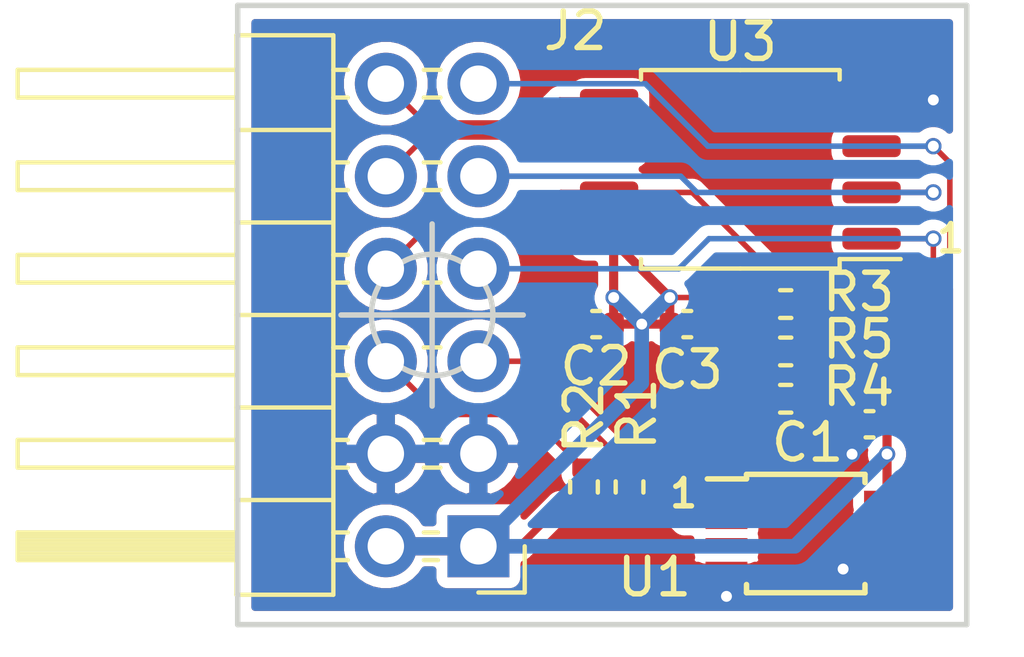
<source format=kicad_pcb>
(kicad_pcb (version 20171130) (host pcbnew 5.1.9+dfsg1-1~bpo10+1)

  (general
    (thickness 1.6)
    (drawings 7)
    (tracks 94)
    (zones 0)
    (modules 11)
    (nets 12)
  )

  (page A4)
  (layers
    (0 F.Cu signal)
    (31 B.Cu signal)
    (32 B.Adhes user)
    (33 F.Adhes user)
    (34 B.Paste user)
    (35 F.Paste user)
    (36 B.SilkS user)
    (37 F.SilkS user)
    (38 B.Mask user)
    (39 F.Mask user)
    (40 Dwgs.User user)
    (41 Cmts.User user)
    (42 Eco1.User user)
    (43 Eco2.User user)
    (44 Edge.Cuts user)
    (45 Margin user)
    (46 B.CrtYd user)
    (47 F.CrtYd user)
    (48 B.Fab user)
    (49 F.Fab user)
  )

  (setup
    (last_trace_width 0.1524)
    (trace_clearance 0.1524)
    (zone_clearance 0.3)
    (zone_45_only no)
    (trace_min 0.1524)
    (via_size 0.45)
    (via_drill 0.3)
    (via_min_size 0.45)
    (via_min_drill 0.3)
    (user_via 0.6 0.3)
    (uvia_size 0.3)
    (uvia_drill 0.1)
    (uvias_allowed no)
    (uvia_min_size 0.2)
    (uvia_min_drill 0.1)
    (edge_width 0.15)
    (segment_width 0.2)
    (pcb_text_width 0.3)
    (pcb_text_size 1.5 1.5)
    (mod_edge_width 0.15)
    (mod_text_size 1 1)
    (mod_text_width 0.15)
    (pad_size 1.524 1.524)
    (pad_drill 0.762)
    (pad_to_mask_clearance 0.051)
    (solder_mask_min_width 0.25)
    (aux_axis_origin 100 50)
    (grid_origin 100 50)
    (visible_elements 7FFFFFFF)
    (pcbplotparams
      (layerselection 0x010fc_ffffffff)
      (usegerberextensions false)
      (usegerberattributes false)
      (usegerberadvancedattributes false)
      (creategerberjobfile false)
      (excludeedgelayer true)
      (linewidth 0.100000)
      (plotframeref false)
      (viasonmask false)
      (mode 1)
      (useauxorigin false)
      (hpglpennumber 1)
      (hpglpenspeed 20)
      (hpglpendiameter 15.000000)
      (psnegative false)
      (psa4output false)
      (plotreference true)
      (plotvalue true)
      (plotinvisibletext false)
      (padsonsilk false)
      (subtractmaskfromsilk false)
      (outputformat 1)
      (mirror false)
      (drillshape 0)
      (scaleselection 1)
      (outputdirectory ""))
  )

  (net 0 "")
  (net 1 GND)
  (net 2 +3V3)
  (net 3 I2C0_SDA)
  (net 4 I2C0_SCL)
  (net 5 FLASH_SIO3)
  (net 6 FLASH_SCLK)
  (net 7 FLASH_SIO0)
  (net 8 FLASH_SIO2)
  (net 9 FLASH_SIO1)
  (net 10 FLASH_CSn)
  (net 11 "Net-(U1-Pad3)")

  (net_class Default "This is the default net class."
    (clearance 0.1524)
    (trace_width 0.1524)
    (via_dia 0.45)
    (via_drill 0.3)
    (uvia_dia 0.3)
    (uvia_drill 0.1)
    (diff_pair_width 0.1524)
    (diff_pair_gap 0.1524)
    (add_net +3V3)
    (add_net FLASH_CSn)
    (add_net FLASH_SCLK)
    (add_net FLASH_SIO0)
    (add_net FLASH_SIO1)
    (add_net FLASH_SIO2)
    (add_net FLASH_SIO3)
    (add_net GND)
    (add_net I2C0_SCL)
    (add_net I2C0_SDA)
    (add_net "Net-(U1-Pad3)")
  )

  (module Package_SO:SOIC-8_5.23x5.23mm_P1.27mm (layer F.Cu) (tedit 5D9F72B1) (tstamp 63837212)
    (at 108.455 46 180)
    (descr "SOIC, 8 Pin (http://www.winbond.com/resource-files/w25q32jv%20revg%2003272018%20plus.pdf#page=68), generated with kicad-footprint-generator ipc_gullwing_generator.py")
    (tags "SOIC SO")
    (path /63846627)
    (attr smd)
    (fp_text reference U3 (at 0 3.5) (layer F.SilkS)
      (effects (font (size 1 1) (thickness 0.15)))
    )
    (fp_text value W25Q128JVS (at 0 3.56) (layer F.Fab)
      (effects (font (size 1 1) (thickness 0.15)))
    )
    (fp_line (start 4.65 -2.86) (end -4.65 -2.86) (layer F.CrtYd) (width 0.05))
    (fp_line (start 4.65 2.86) (end 4.65 -2.86) (layer F.CrtYd) (width 0.05))
    (fp_line (start -4.65 2.86) (end 4.65 2.86) (layer F.CrtYd) (width 0.05))
    (fp_line (start -4.65 -2.86) (end -4.65 2.86) (layer F.CrtYd) (width 0.05))
    (fp_line (start -2.615 -1.615) (end -1.615 -2.615) (layer F.Fab) (width 0.1))
    (fp_line (start -2.615 2.615) (end -2.615 -1.615) (layer F.Fab) (width 0.1))
    (fp_line (start 2.615 2.615) (end -2.615 2.615) (layer F.Fab) (width 0.1))
    (fp_line (start 2.615 -2.615) (end 2.615 2.615) (layer F.Fab) (width 0.1))
    (fp_line (start -1.615 -2.615) (end 2.615 -2.615) (layer F.Fab) (width 0.1))
    (fp_line (start -2.725 -2.465) (end -4.4 -2.465) (layer F.SilkS) (width 0.12))
    (fp_line (start -2.725 -2.725) (end -2.725 -2.465) (layer F.SilkS) (width 0.12))
    (fp_line (start 0 -2.725) (end -2.725 -2.725) (layer F.SilkS) (width 0.12))
    (fp_line (start 2.725 -2.725) (end 2.725 -2.465) (layer F.SilkS) (width 0.12))
    (fp_line (start 0 -2.725) (end 2.725 -2.725) (layer F.SilkS) (width 0.12))
    (fp_line (start -2.725 2.725) (end -2.725 2.465) (layer F.SilkS) (width 0.12))
    (fp_line (start 0 2.725) (end -2.725 2.725) (layer F.SilkS) (width 0.12))
    (fp_line (start 2.725 2.725) (end 2.725 2.465) (layer F.SilkS) (width 0.12))
    (fp_line (start 0 2.725) (end 2.725 2.725) (layer F.SilkS) (width 0.12))
    (fp_text user %R (at 0 0) (layer F.Fab)
      (effects (font (size 1 1) (thickness 0.15)))
    )
    (pad 8 smd roundrect (at 3.6 -1.905 180) (size 1.6 0.6) (layers F.Cu F.Paste F.Mask) (roundrect_rratio 0.25)
      (net 2 +3V3))
    (pad 7 smd roundrect (at 3.6 -0.635 180) (size 1.6 0.6) (layers F.Cu F.Paste F.Mask) (roundrect_rratio 0.25)
      (net 5 FLASH_SIO3))
    (pad 6 smd roundrect (at 3.6 0.635 180) (size 1.6 0.6) (layers F.Cu F.Paste F.Mask) (roundrect_rratio 0.25)
      (net 6 FLASH_SCLK))
    (pad 5 smd roundrect (at 3.6 1.905 180) (size 1.6 0.6) (layers F.Cu F.Paste F.Mask) (roundrect_rratio 0.25)
      (net 7 FLASH_SIO0))
    (pad 4 smd roundrect (at -3.6 1.905 180) (size 1.6 0.6) (layers F.Cu F.Paste F.Mask) (roundrect_rratio 0.25)
      (net 1 GND))
    (pad 3 smd roundrect (at -3.6 0.635 180) (size 1.6 0.6) (layers F.Cu F.Paste F.Mask) (roundrect_rratio 0.25)
      (net 8 FLASH_SIO2))
    (pad 2 smd roundrect (at -3.6 -0.635 180) (size 1.6 0.6) (layers F.Cu F.Paste F.Mask) (roundrect_rratio 0.25)
      (net 9 FLASH_SIO1))
    (pad 1 smd roundrect (at -3.6 -1.905 180) (size 1.6 0.6) (layers F.Cu F.Paste F.Mask) (roundrect_rratio 0.25)
      (net 10 FLASH_CSn))
    (model ${KISYS3DMOD}/Package_SO.3dshapes/SOIC-8_5.23x5.23mm_P1.27mm.wrl
      (at (xyz 0 0 0))
      (scale (xyz 1 1 1))
      (rotate (xyz 0 0 0))
    )
  )

  (module Resistor_SMD:R_0402_1005Metric (layer F.Cu) (tedit 5F68FEEE) (tstamp 638438E0)
    (at 109.7 51 180)
    (descr "Resistor SMD 0402 (1005 Metric), square (rectangular) end terminal, IPC_7351 nominal, (Body size source: IPC-SM-782 page 72, https://www.pcb-3d.com/wordpress/wp-content/uploads/ipc-sm-782a_amendment_1_and_2.pdf), generated with kicad-footprint-generator")
    (tags resistor)
    (path /6389BF9C)
    (attr smd)
    (fp_text reference R5 (at -2 0.33) (layer F.SilkS)
      (effects (font (size 1 1) (thickness 0.15)))
    )
    (fp_text value "5.6k 0402" (at 0 1.17) (layer F.Fab)
      (effects (font (size 1 1) (thickness 0.15)))
    )
    (fp_line (start -0.525 0.27) (end -0.525 -0.27) (layer F.Fab) (width 0.1))
    (fp_line (start -0.525 -0.27) (end 0.525 -0.27) (layer F.Fab) (width 0.1))
    (fp_line (start 0.525 -0.27) (end 0.525 0.27) (layer F.Fab) (width 0.1))
    (fp_line (start 0.525 0.27) (end -0.525 0.27) (layer F.Fab) (width 0.1))
    (fp_line (start -0.153641 -0.38) (end 0.153641 -0.38) (layer F.SilkS) (width 0.12))
    (fp_line (start -0.153641 0.38) (end 0.153641 0.38) (layer F.SilkS) (width 0.12))
    (fp_line (start -0.93 0.47) (end -0.93 -0.47) (layer F.CrtYd) (width 0.05))
    (fp_line (start -0.93 -0.47) (end 0.93 -0.47) (layer F.CrtYd) (width 0.05))
    (fp_line (start 0.93 -0.47) (end 0.93 0.47) (layer F.CrtYd) (width 0.05))
    (fp_line (start 0.93 0.47) (end -0.93 0.47) (layer F.CrtYd) (width 0.05))
    (fp_text user %R (at 0 0) (layer F.Fab)
      (effects (font (size 0.26 0.26) (thickness 0.04)))
    )
    (pad 2 smd roundrect (at 0.51 0 180) (size 0.54 0.64) (layers F.Cu F.Paste F.Mask) (roundrect_rratio 0.25)
      (net 2 +3V3))
    (pad 1 smd roundrect (at -0.51 0 180) (size 0.54 0.64) (layers F.Cu F.Paste F.Mask) (roundrect_rratio 0.25)
      (net 5 FLASH_SIO3))
    (model ${KISYS3DMOD}/Resistor_SMD.3dshapes/R_0402_1005Metric.wrl
      (at (xyz 0 0 0))
      (scale (xyz 1 1 1))
      (rotate (xyz 0 0 0))
    )
  )

  (module Resistor_SMD:R_0402_1005Metric (layer F.Cu) (tedit 5F68FEEE) (tstamp 638438CF)
    (at 109.7 52.3 180)
    (descr "Resistor SMD 0402 (1005 Metric), square (rectangular) end terminal, IPC_7351 nominal, (Body size source: IPC-SM-782 page 72, https://www.pcb-3d.com/wordpress/wp-content/uploads/ipc-sm-782a_amendment_1_and_2.pdf), generated with kicad-footprint-generator")
    (tags resistor)
    (path /6389BB65)
    (attr smd)
    (fp_text reference R4 (at -2 0.33) (layer F.SilkS)
      (effects (font (size 1 1) (thickness 0.15)))
    )
    (fp_text value "5.6k 0402" (at 0 1.17) (layer F.Fab)
      (effects (font (size 1 1) (thickness 0.15)))
    )
    (fp_line (start -0.525 0.27) (end -0.525 -0.27) (layer F.Fab) (width 0.1))
    (fp_line (start -0.525 -0.27) (end 0.525 -0.27) (layer F.Fab) (width 0.1))
    (fp_line (start 0.525 -0.27) (end 0.525 0.27) (layer F.Fab) (width 0.1))
    (fp_line (start 0.525 0.27) (end -0.525 0.27) (layer F.Fab) (width 0.1))
    (fp_line (start -0.153641 -0.38) (end 0.153641 -0.38) (layer F.SilkS) (width 0.12))
    (fp_line (start -0.153641 0.38) (end 0.153641 0.38) (layer F.SilkS) (width 0.12))
    (fp_line (start -0.93 0.47) (end -0.93 -0.47) (layer F.CrtYd) (width 0.05))
    (fp_line (start -0.93 -0.47) (end 0.93 -0.47) (layer F.CrtYd) (width 0.05))
    (fp_line (start 0.93 -0.47) (end 0.93 0.47) (layer F.CrtYd) (width 0.05))
    (fp_line (start 0.93 0.47) (end -0.93 0.47) (layer F.CrtYd) (width 0.05))
    (fp_text user %R (at 0 0) (layer F.Fab)
      (effects (font (size 0.26 0.26) (thickness 0.04)))
    )
    (pad 2 smd roundrect (at 0.51 0 180) (size 0.54 0.64) (layers F.Cu F.Paste F.Mask) (roundrect_rratio 0.25)
      (net 2 +3V3))
    (pad 1 smd roundrect (at -0.51 0 180) (size 0.54 0.64) (layers F.Cu F.Paste F.Mask) (roundrect_rratio 0.25)
      (net 8 FLASH_SIO2))
    (model ${KISYS3DMOD}/Resistor_SMD.3dshapes/R_0402_1005Metric.wrl
      (at (xyz 0 0 0))
      (scale (xyz 1 1 1))
      (rotate (xyz 0 0 0))
    )
  )

  (module Resistor_SMD:R_0402_1005Metric (layer F.Cu) (tedit 5F68FEEE) (tstamp 638438BE)
    (at 109.7 49.7 180)
    (descr "Resistor SMD 0402 (1005 Metric), square (rectangular) end terminal, IPC_7351 nominal, (Body size source: IPC-SM-782 page 72, https://www.pcb-3d.com/wordpress/wp-content/uploads/ipc-sm-782a_amendment_1_and_2.pdf), generated with kicad-footprint-generator")
    (tags resistor)
    (path /6389A610)
    (attr smd)
    (fp_text reference R3 (at -2 0.33) (layer F.SilkS)
      (effects (font (size 1 1) (thickness 0.15)))
    )
    (fp_text value "5.6k 0402" (at 0 1.17) (layer F.Fab)
      (effects (font (size 1 1) (thickness 0.15)))
    )
    (fp_line (start -0.525 0.27) (end -0.525 -0.27) (layer F.Fab) (width 0.1))
    (fp_line (start -0.525 -0.27) (end 0.525 -0.27) (layer F.Fab) (width 0.1))
    (fp_line (start 0.525 -0.27) (end 0.525 0.27) (layer F.Fab) (width 0.1))
    (fp_line (start 0.525 0.27) (end -0.525 0.27) (layer F.Fab) (width 0.1))
    (fp_line (start -0.153641 -0.38) (end 0.153641 -0.38) (layer F.SilkS) (width 0.12))
    (fp_line (start -0.153641 0.38) (end 0.153641 0.38) (layer F.SilkS) (width 0.12))
    (fp_line (start -0.93 0.47) (end -0.93 -0.47) (layer F.CrtYd) (width 0.05))
    (fp_line (start -0.93 -0.47) (end 0.93 -0.47) (layer F.CrtYd) (width 0.05))
    (fp_line (start 0.93 -0.47) (end 0.93 0.47) (layer F.CrtYd) (width 0.05))
    (fp_line (start 0.93 0.47) (end -0.93 0.47) (layer F.CrtYd) (width 0.05))
    (fp_text user %R (at 0 0) (layer F.Fab)
      (effects (font (size 0.26 0.26) (thickness 0.04)))
    )
    (pad 2 smd roundrect (at 0.51 0 180) (size 0.54 0.64) (layers F.Cu F.Paste F.Mask) (roundrect_rratio 0.25)
      (net 2 +3V3))
    (pad 1 smd roundrect (at -0.51 0 180) (size 0.54 0.64) (layers F.Cu F.Paste F.Mask) (roundrect_rratio 0.25)
      (net 10 FLASH_CSn))
    (model ${KISYS3DMOD}/Resistor_SMD.3dshapes/R_0402_1005Metric.wrl
      (at (xyz 0 0 0))
      (scale (xyz 1 1 1))
      (rotate (xyz 0 0 0))
    )
  )

  (module For_SeeedStudio:TSSOP-8_3x3mm_P0.65mm_ForSeeedStudio (layer F.Cu) (tedit 636CEF93) (tstamp 63840D63)
    (at 110.25 56)
    (descr "TSSOP8: plastic thin shrink small outline package; 8 leads; body width 3 mm; (see NXP SSOP-TSSOP-VSO-REFLOW.pdf and sot505-1_po.pdf)")
    (tags "SSOP 0.65")
    (path /6387AF69)
    (attr smd)
    (fp_text reference U1 (at -4.15 1.2) (layer F.SilkS)
      (effects (font (size 1 1) (thickness 0.15)))
    )
    (fp_text value PCT2075DP (at 0 2.55) (layer F.Fab)
      (effects (font (size 1 1) (thickness 0.15)))
    )
    (fp_line (start -0.5 -1.5) (end 1.5 -1.5) (layer F.Fab) (width 0.15))
    (fp_line (start 1.5 -1.5) (end 1.5 1.5) (layer F.Fab) (width 0.15))
    (fp_line (start 1.5 1.5) (end -1.5 1.5) (layer F.Fab) (width 0.15))
    (fp_line (start -1.5 1.5) (end -1.5 -0.5) (layer F.Fab) (width 0.15))
    (fp_line (start -1.5 -0.5) (end -0.5 -1.5) (layer F.Fab) (width 0.15))
    (fp_line (start -2.95 -1.8) (end -2.95 1.8) (layer F.CrtYd) (width 0.05))
    (fp_line (start 2.95 -1.8) (end 2.95 1.8) (layer F.CrtYd) (width 0.05))
    (fp_line (start -2.95 -1.8) (end 2.95 -1.8) (layer F.CrtYd) (width 0.05))
    (fp_line (start -2.95 1.8) (end 2.95 1.8) (layer F.CrtYd) (width 0.05))
    (fp_line (start -1.625 -1.625) (end -1.625 -1.5) (layer F.SilkS) (width 0.15))
    (fp_line (start 1.625 -1.625) (end 1.625 -1.4) (layer F.SilkS) (width 0.15))
    (fp_line (start 1.625 1.625) (end 1.625 1.4) (layer F.SilkS) (width 0.15))
    (fp_line (start -1.625 1.625) (end -1.625 1.4) (layer F.SilkS) (width 0.15))
    (fp_line (start -1.625 -1.625) (end 1.625 -1.625) (layer F.SilkS) (width 0.15))
    (fp_line (start -1.625 1.625) (end 1.625 1.625) (layer F.SilkS) (width 0.15))
    (fp_line (start -1.625 -1.5) (end -2.7 -1.5) (layer F.SilkS) (width 0.15))
    (fp_text user %R (at 0 0) (layer F.Fab)
      (effects (font (size 0.6 0.6) (thickness 0.15)))
    )
    (pad 8 smd rect (at 2.175 -0.975) (size 1.15 0.4) (layers F.Cu F.Paste F.Mask)
      (net 2 +3V3))
    (pad 7 smd rect (at 2.175 -0.325) (size 1.15 0.4) (layers F.Cu F.Paste F.Mask)
      (net 1 GND))
    (pad 6 smd rect (at 2.175 0.325) (size 1.15 0.4) (layers F.Cu F.Paste F.Mask)
      (net 1 GND))
    (pad 5 smd rect (at 2.175 0.975) (size 1.15 0.4) (layers F.Cu F.Paste F.Mask)
      (net 1 GND))
    (pad 4 smd rect (at -2.175 0.975) (size 1.15 0.4) (layers F.Cu F.Paste F.Mask)
      (net 1 GND))
    (pad 3 smd rect (at -2.175 0.325) (size 1.15 0.4) (layers F.Cu F.Paste F.Mask)
      (net 11 "Net-(U1-Pad3)"))
    (pad 2 smd rect (at -2.175 -0.325) (size 1.15 0.4) (layers F.Cu F.Paste F.Mask)
      (net 4 I2C0_SCL))
    (pad 1 smd rect (at -2.175 -0.975) (size 1.15 0.4) (layers F.Cu F.Paste F.Mask)
      (net 3 I2C0_SDA))
    (model ${KISYS3DMOD}/Package_SO.3dshapes/TSSOP-8_3x3mm_P0.65mm.wrl
      (at (xyz 0 0 0))
      (scale (xyz 1 1 1))
      (rotate (xyz 0 0 0))
    )
  )

  (module Capacitor_SMD:C_0402_1005Metric (layer F.Cu) (tedit 5F68FEEE) (tstamp 6383E098)
    (at 107 50.25)
    (descr "Capacitor SMD 0402 (1005 Metric), square (rectangular) end terminal, IPC_7351 nominal, (Body size source: IPC-SM-782 page 76, https://www.pcb-3d.com/wordpress/wp-content/uploads/ipc-sm-782a_amendment_1_and_2.pdf), generated with kicad-footprint-generator")
    (tags capacitor)
    (path /6385E9F6)
    (attr smd)
    (fp_text reference C3 (at 0 1.25) (layer F.SilkS)
      (effects (font (size 1 1) (thickness 0.15)))
    )
    (fp_text value "1uF 0402" (at 0 1.16) (layer F.Fab)
      (effects (font (size 1 1) (thickness 0.15)))
    )
    (fp_line (start -0.5 0.25) (end -0.5 -0.25) (layer F.Fab) (width 0.1))
    (fp_line (start -0.5 -0.25) (end 0.5 -0.25) (layer F.Fab) (width 0.1))
    (fp_line (start 0.5 -0.25) (end 0.5 0.25) (layer F.Fab) (width 0.1))
    (fp_line (start 0.5 0.25) (end -0.5 0.25) (layer F.Fab) (width 0.1))
    (fp_line (start -0.107836 -0.36) (end 0.107836 -0.36) (layer F.SilkS) (width 0.12))
    (fp_line (start -0.107836 0.36) (end 0.107836 0.36) (layer F.SilkS) (width 0.12))
    (fp_line (start -0.91 0.46) (end -0.91 -0.46) (layer F.CrtYd) (width 0.05))
    (fp_line (start -0.91 -0.46) (end 0.91 -0.46) (layer F.CrtYd) (width 0.05))
    (fp_line (start 0.91 -0.46) (end 0.91 0.46) (layer F.CrtYd) (width 0.05))
    (fp_line (start 0.91 0.46) (end -0.91 0.46) (layer F.CrtYd) (width 0.05))
    (fp_text user %R (at 0 0) (layer F.Fab)
      (effects (font (size 0.25 0.25) (thickness 0.04)))
    )
    (pad 2 smd roundrect (at 0.48 0) (size 0.56 0.62) (layers F.Cu F.Paste F.Mask) (roundrect_rratio 0.25)
      (net 1 GND))
    (pad 1 smd roundrect (at -0.48 0) (size 0.56 0.62) (layers F.Cu F.Paste F.Mask) (roundrect_rratio 0.25)
      (net 2 +3V3))
    (model ${KISYS3DMOD}/Capacitor_SMD.3dshapes/C_0402_1005Metric.wrl
      (at (xyz 0 0 0))
      (scale (xyz 1 1 1))
      (rotate (xyz 0 0 0))
    )
  )

  (module Capacitor_SMD:C_0402_1005Metric (layer F.Cu) (tedit 5F68FEEE) (tstamp 6383E087)
    (at 104.5 50.25 180)
    (descr "Capacitor SMD 0402 (1005 Metric), square (rectangular) end terminal, IPC_7351 nominal, (Body size source: IPC-SM-782 page 76, https://www.pcb-3d.com/wordpress/wp-content/uploads/ipc-sm-782a_amendment_1_and_2.pdf), generated with kicad-footprint-generator")
    (tags capacitor)
    (path /6385CAD7)
    (attr smd)
    (fp_text reference C2 (at 0 -1.16) (layer F.SilkS)
      (effects (font (size 1 1) (thickness 0.15)))
    )
    (fp_text value "100nF 0402" (at 0 1.16) (layer F.Fab)
      (effects (font (size 1 1) (thickness 0.15)))
    )
    (fp_line (start -0.5 0.25) (end -0.5 -0.25) (layer F.Fab) (width 0.1))
    (fp_line (start -0.5 -0.25) (end 0.5 -0.25) (layer F.Fab) (width 0.1))
    (fp_line (start 0.5 -0.25) (end 0.5 0.25) (layer F.Fab) (width 0.1))
    (fp_line (start 0.5 0.25) (end -0.5 0.25) (layer F.Fab) (width 0.1))
    (fp_line (start -0.107836 -0.36) (end 0.107836 -0.36) (layer F.SilkS) (width 0.12))
    (fp_line (start -0.107836 0.36) (end 0.107836 0.36) (layer F.SilkS) (width 0.12))
    (fp_line (start -0.91 0.46) (end -0.91 -0.46) (layer F.CrtYd) (width 0.05))
    (fp_line (start -0.91 -0.46) (end 0.91 -0.46) (layer F.CrtYd) (width 0.05))
    (fp_line (start 0.91 -0.46) (end 0.91 0.46) (layer F.CrtYd) (width 0.05))
    (fp_line (start 0.91 0.46) (end -0.91 0.46) (layer F.CrtYd) (width 0.05))
    (fp_text user %R (at 0 0) (layer F.Fab)
      (effects (font (size 0.25 0.25) (thickness 0.04)))
    )
    (pad 2 smd roundrect (at 0.48 0 180) (size 0.56 0.62) (layers F.Cu F.Paste F.Mask) (roundrect_rratio 0.25)
      (net 1 GND))
    (pad 1 smd roundrect (at -0.48 0 180) (size 0.56 0.62) (layers F.Cu F.Paste F.Mask) (roundrect_rratio 0.25)
      (net 2 +3V3))
    (model ${KISYS3DMOD}/Capacitor_SMD.3dshapes/C_0402_1005Metric.wrl
      (at (xyz 0 0 0))
      (scale (xyz 1 1 1))
      (rotate (xyz 0 0 0))
    )
  )

  (module Resistor_SMD:R_0402_1005Metric (layer F.Cu) (tedit 5F68FEEE) (tstamp 61F4F847)
    (at 104.166 54.721 270)
    (descr "Resistor SMD 0402 (1005 Metric), square (rectangular) end terminal, IPC_7351 nominal, (Body size source: IPC-SM-782 page 72, https://www.pcb-3d.com/wordpress/wp-content/uploads/ipc-sm-782a_amendment_1_and_2.pdf), generated with kicad-footprint-generator")
    (tags resistor)
    (path /62C72663)
    (attr smd)
    (fp_text reference R2 (at -1.9 0 90) (layer F.SilkS)
      (effects (font (size 1 1) (thickness 0.15)))
    )
    (fp_text value "5.6k 0402" (at 0 1.17 90) (layer F.Fab)
      (effects (font (size 1 1) (thickness 0.15)))
    )
    (fp_line (start -0.525 0.27) (end -0.525 -0.27) (layer F.Fab) (width 0.1))
    (fp_line (start -0.525 -0.27) (end 0.525 -0.27) (layer F.Fab) (width 0.1))
    (fp_line (start 0.525 -0.27) (end 0.525 0.27) (layer F.Fab) (width 0.1))
    (fp_line (start 0.525 0.27) (end -0.525 0.27) (layer F.Fab) (width 0.1))
    (fp_line (start -0.153641 -0.38) (end 0.153641 -0.38) (layer F.SilkS) (width 0.12))
    (fp_line (start -0.153641 0.38) (end 0.153641 0.38) (layer F.SilkS) (width 0.12))
    (fp_line (start -0.93 0.47) (end -0.93 -0.47) (layer F.CrtYd) (width 0.05))
    (fp_line (start -0.93 -0.47) (end 0.93 -0.47) (layer F.CrtYd) (width 0.05))
    (fp_line (start 0.93 -0.47) (end 0.93 0.47) (layer F.CrtYd) (width 0.05))
    (fp_line (start 0.93 0.47) (end -0.93 0.47) (layer F.CrtYd) (width 0.05))
    (fp_text user %R (at 0 0 90) (layer F.Fab)
      (effects (font (size 0.26 0.26) (thickness 0.04)))
    )
    (pad 2 smd roundrect (at 0.51 0 270) (size 0.54 0.64) (layers F.Cu F.Paste F.Mask) (roundrect_rratio 0.25)
      (net 2 +3V3))
    (pad 1 smd roundrect (at -0.51 0 270) (size 0.54 0.64) (layers F.Cu F.Paste F.Mask) (roundrect_rratio 0.25)
      (net 4 I2C0_SCL))
    (model ${KISYS3DMOD}/Resistor_SMD.3dshapes/R_0402_1005Metric.wrl
      (at (xyz 0 0 0))
      (scale (xyz 1 1 1))
      (rotate (xyz 0 0 0))
    )
  )

  (module Resistor_SMD:R_0402_1005Metric (layer F.Cu) (tedit 5F68FEEE) (tstamp 61F4F836)
    (at 105.416 54.721 270)
    (descr "Resistor SMD 0402 (1005 Metric), square (rectangular) end terminal, IPC_7351 nominal, (Body size source: IPC-SM-782 page 72, https://www.pcb-3d.com/wordpress/wp-content/uploads/ipc-sm-782a_amendment_1_and_2.pdf), generated with kicad-footprint-generator")
    (tags resistor)
    (path /62C7265B)
    (attr smd)
    (fp_text reference R1 (at -2 -0.2 90) (layer F.SilkS)
      (effects (font (size 1 1) (thickness 0.15)))
    )
    (fp_text value "5.6k 0402" (at 0 1.17 90) (layer F.Fab)
      (effects (font (size 1 1) (thickness 0.15)))
    )
    (fp_line (start -0.525 0.27) (end -0.525 -0.27) (layer F.Fab) (width 0.1))
    (fp_line (start -0.525 -0.27) (end 0.525 -0.27) (layer F.Fab) (width 0.1))
    (fp_line (start 0.525 -0.27) (end 0.525 0.27) (layer F.Fab) (width 0.1))
    (fp_line (start 0.525 0.27) (end -0.525 0.27) (layer F.Fab) (width 0.1))
    (fp_line (start -0.153641 -0.38) (end 0.153641 -0.38) (layer F.SilkS) (width 0.12))
    (fp_line (start -0.153641 0.38) (end 0.153641 0.38) (layer F.SilkS) (width 0.12))
    (fp_line (start -0.93 0.47) (end -0.93 -0.47) (layer F.CrtYd) (width 0.05))
    (fp_line (start -0.93 -0.47) (end 0.93 -0.47) (layer F.CrtYd) (width 0.05))
    (fp_line (start 0.93 -0.47) (end 0.93 0.47) (layer F.CrtYd) (width 0.05))
    (fp_line (start 0.93 0.47) (end -0.93 0.47) (layer F.CrtYd) (width 0.05))
    (fp_text user %R (at 0 0 90) (layer F.Fab)
      (effects (font (size 0.26 0.26) (thickness 0.04)))
    )
    (pad 2 smd roundrect (at 0.51 0 270) (size 0.54 0.64) (layers F.Cu F.Paste F.Mask) (roundrect_rratio 0.25)
      (net 2 +3V3))
    (pad 1 smd roundrect (at -0.51 0 270) (size 0.54 0.64) (layers F.Cu F.Paste F.Mask) (roundrect_rratio 0.25)
      (net 3 I2C0_SDA))
    (model ${KISYS3DMOD}/Resistor_SMD.3dshapes/R_0402_1005Metric.wrl
      (at (xyz 0 0 0))
      (scale (xyz 1 1 1))
      (rotate (xyz 0 0 0))
    )
  )

  (module Capacitor_SMD:C_0402_1005Metric (layer F.Cu) (tedit 5F68FEEE) (tstamp 61F4F982)
    (at 112 53 180)
    (descr "Capacitor SMD 0402 (1005 Metric), square (rectangular) end terminal, IPC_7351 nominal, (Body size source: IPC-SM-782 page 76, https://www.pcb-3d.com/wordpress/wp-content/uploads/ipc-sm-782a_amendment_1_and_2.pdf), generated with kicad-footprint-generator")
    (tags capacitor)
    (path /62C72620)
    (attr smd)
    (fp_text reference C1 (at 1.7 -0.5) (layer F.SilkS)
      (effects (font (size 1 1) (thickness 0.15)))
    )
    (fp_text value "10nF 0402" (at 0 1.16) (layer F.Fab)
      (effects (font (size 1 1) (thickness 0.15)))
    )
    (fp_line (start -0.5 0.25) (end -0.5 -0.25) (layer F.Fab) (width 0.1))
    (fp_line (start -0.5 -0.25) (end 0.5 -0.25) (layer F.Fab) (width 0.1))
    (fp_line (start 0.5 -0.25) (end 0.5 0.25) (layer F.Fab) (width 0.1))
    (fp_line (start 0.5 0.25) (end -0.5 0.25) (layer F.Fab) (width 0.1))
    (fp_line (start -0.107836 -0.36) (end 0.107836 -0.36) (layer F.SilkS) (width 0.12))
    (fp_line (start -0.107836 0.36) (end 0.107836 0.36) (layer F.SilkS) (width 0.12))
    (fp_line (start -0.91 0.46) (end -0.91 -0.46) (layer F.CrtYd) (width 0.05))
    (fp_line (start -0.91 -0.46) (end 0.91 -0.46) (layer F.CrtYd) (width 0.05))
    (fp_line (start 0.91 -0.46) (end 0.91 0.46) (layer F.CrtYd) (width 0.05))
    (fp_line (start 0.91 0.46) (end -0.91 0.46) (layer F.CrtYd) (width 0.05))
    (fp_text user %R (at 0 0) (layer F.Fab)
      (effects (font (size 0.25 0.25) (thickness 0.04)))
    )
    (pad 2 smd roundrect (at 0.48 0 180) (size 0.56 0.62) (layers F.Cu F.Paste F.Mask) (roundrect_rratio 0.25)
      (net 1 GND))
    (pad 1 smd roundrect (at -0.48 0 180) (size 0.56 0.62) (layers F.Cu F.Paste F.Mask) (roundrect_rratio 0.25)
      (net 2 +3V3))
    (model ${KISYS3DMOD}/Capacitor_SMD.3dshapes/C_0402_1005Metric.wrl
      (at (xyz 0 0 0))
      (scale (xyz 1 1 1))
      (rotate (xyz 0 0 0))
    )
  )

  (module Connector_PinHeader_2.54mm:PinHeader_2x06_P2.54mm_Horizontal (layer F.Cu) (tedit 59FED5CB) (tstamp 5E04A96F)
    (at 101.27 56.35 180)
    (descr "Through hole angled pin header, 2x06, 2.54mm pitch, 6mm pin length, double rows")
    (tags "Through hole angled pin header THT 2x06 2.54mm double row")
    (path /5E0BFDF9)
    (fp_text reference J2 (at -2.66 14.15 180) (layer F.SilkS)
      (effects (font (size 1 1) (thickness 0.15)))
    )
    (fp_text value Conn_02x06_Odd_Even (at 5.3975 6.096 270) (layer F.Fab)
      (effects (font (size 1 1) (thickness 0.15)))
    )
    (fp_line (start 13.1 -1.8) (end -1.8 -1.8) (layer F.CrtYd) (width 0.05))
    (fp_line (start 13.1 14.5) (end 13.1 -1.8) (layer F.CrtYd) (width 0.05))
    (fp_line (start -1.8 14.5) (end 13.1 14.5) (layer F.CrtYd) (width 0.05))
    (fp_line (start -1.8 -1.8) (end -1.8 14.5) (layer F.CrtYd) (width 0.05))
    (fp_line (start -1.27 -1.27) (end 0 -1.27) (layer F.SilkS) (width 0.12))
    (fp_line (start -1.27 0) (end -1.27 -1.27) (layer F.SilkS) (width 0.12))
    (fp_line (start 1.042929 13.08) (end 1.497071 13.08) (layer F.SilkS) (width 0.12))
    (fp_line (start 1.042929 12.32) (end 1.497071 12.32) (layer F.SilkS) (width 0.12))
    (fp_line (start 3.582929 13.08) (end 3.98 13.08) (layer F.SilkS) (width 0.12))
    (fp_line (start 3.582929 12.32) (end 3.98 12.32) (layer F.SilkS) (width 0.12))
    (fp_line (start 12.64 13.08) (end 6.64 13.08) (layer F.SilkS) (width 0.12))
    (fp_line (start 12.64 12.32) (end 12.64 13.08) (layer F.SilkS) (width 0.12))
    (fp_line (start 6.64 12.32) (end 12.64 12.32) (layer F.SilkS) (width 0.12))
    (fp_line (start 3.98 11.43) (end 6.64 11.43) (layer F.SilkS) (width 0.12))
    (fp_line (start 1.042929 10.54) (end 1.497071 10.54) (layer F.SilkS) (width 0.12))
    (fp_line (start 1.042929 9.78) (end 1.497071 9.78) (layer F.SilkS) (width 0.12))
    (fp_line (start 3.582929 10.54) (end 3.98 10.54) (layer F.SilkS) (width 0.12))
    (fp_line (start 3.582929 9.78) (end 3.98 9.78) (layer F.SilkS) (width 0.12))
    (fp_line (start 12.64 10.54) (end 6.64 10.54) (layer F.SilkS) (width 0.12))
    (fp_line (start 12.64 9.78) (end 12.64 10.54) (layer F.SilkS) (width 0.12))
    (fp_line (start 6.64 9.78) (end 12.64 9.78) (layer F.SilkS) (width 0.12))
    (fp_line (start 3.98 8.89) (end 6.64 8.89) (layer F.SilkS) (width 0.12))
    (fp_line (start 1.042929 8) (end 1.497071 8) (layer F.SilkS) (width 0.12))
    (fp_line (start 1.042929 7.24) (end 1.497071 7.24) (layer F.SilkS) (width 0.12))
    (fp_line (start 3.582929 8) (end 3.98 8) (layer F.SilkS) (width 0.12))
    (fp_line (start 3.582929 7.24) (end 3.98 7.24) (layer F.SilkS) (width 0.12))
    (fp_line (start 12.64 8) (end 6.64 8) (layer F.SilkS) (width 0.12))
    (fp_line (start 12.64 7.24) (end 12.64 8) (layer F.SilkS) (width 0.12))
    (fp_line (start 6.64 7.24) (end 12.64 7.24) (layer F.SilkS) (width 0.12))
    (fp_line (start 3.98 6.35) (end 6.64 6.35) (layer F.SilkS) (width 0.12))
    (fp_line (start 1.042929 5.46) (end 1.497071 5.46) (layer F.SilkS) (width 0.12))
    (fp_line (start 1.042929 4.7) (end 1.497071 4.7) (layer F.SilkS) (width 0.12))
    (fp_line (start 3.582929 5.46) (end 3.98 5.46) (layer F.SilkS) (width 0.12))
    (fp_line (start 3.582929 4.7) (end 3.98 4.7) (layer F.SilkS) (width 0.12))
    (fp_line (start 12.64 5.46) (end 6.64 5.46) (layer F.SilkS) (width 0.12))
    (fp_line (start 12.64 4.7) (end 12.64 5.46) (layer F.SilkS) (width 0.12))
    (fp_line (start 6.64 4.7) (end 12.64 4.7) (layer F.SilkS) (width 0.12))
    (fp_line (start 3.98 3.81) (end 6.64 3.81) (layer F.SilkS) (width 0.12))
    (fp_line (start 1.042929 2.92) (end 1.497071 2.92) (layer F.SilkS) (width 0.12))
    (fp_line (start 1.042929 2.16) (end 1.497071 2.16) (layer F.SilkS) (width 0.12))
    (fp_line (start 3.582929 2.92) (end 3.98 2.92) (layer F.SilkS) (width 0.12))
    (fp_line (start 3.582929 2.16) (end 3.98 2.16) (layer F.SilkS) (width 0.12))
    (fp_line (start 12.64 2.92) (end 6.64 2.92) (layer F.SilkS) (width 0.12))
    (fp_line (start 12.64 2.16) (end 12.64 2.92) (layer F.SilkS) (width 0.12))
    (fp_line (start 6.64 2.16) (end 12.64 2.16) (layer F.SilkS) (width 0.12))
    (fp_line (start 3.98 1.27) (end 6.64 1.27) (layer F.SilkS) (width 0.12))
    (fp_line (start 1.11 0.38) (end 1.497071 0.38) (layer F.SilkS) (width 0.12))
    (fp_line (start 1.11 -0.38) (end 1.497071 -0.38) (layer F.SilkS) (width 0.12))
    (fp_line (start 3.582929 0.38) (end 3.98 0.38) (layer F.SilkS) (width 0.12))
    (fp_line (start 3.582929 -0.38) (end 3.98 -0.38) (layer F.SilkS) (width 0.12))
    (fp_line (start 6.64 0.28) (end 12.64 0.28) (layer F.SilkS) (width 0.12))
    (fp_line (start 6.64 0.16) (end 12.64 0.16) (layer F.SilkS) (width 0.12))
    (fp_line (start 6.64 0.04) (end 12.64 0.04) (layer F.SilkS) (width 0.12))
    (fp_line (start 6.64 -0.08) (end 12.64 -0.08) (layer F.SilkS) (width 0.12))
    (fp_line (start 6.64 -0.2) (end 12.64 -0.2) (layer F.SilkS) (width 0.12))
    (fp_line (start 6.64 -0.32) (end 12.64 -0.32) (layer F.SilkS) (width 0.12))
    (fp_line (start 12.64 0.38) (end 6.64 0.38) (layer F.SilkS) (width 0.12))
    (fp_line (start 12.64 -0.38) (end 12.64 0.38) (layer F.SilkS) (width 0.12))
    (fp_line (start 6.64 -0.38) (end 12.64 -0.38) (layer F.SilkS) (width 0.12))
    (fp_line (start 6.64 -1.33) (end 3.98 -1.33) (layer F.SilkS) (width 0.12))
    (fp_line (start 6.64 14.03) (end 6.64 -1.33) (layer F.SilkS) (width 0.12))
    (fp_line (start 3.98 14.03) (end 6.64 14.03) (layer F.SilkS) (width 0.12))
    (fp_line (start 3.98 -1.33) (end 3.98 14.03) (layer F.SilkS) (width 0.12))
    (fp_line (start 6.58 13.02) (end 12.58 13.02) (layer F.Fab) (width 0.1))
    (fp_line (start 12.58 12.38) (end 12.58 13.02) (layer F.Fab) (width 0.1))
    (fp_line (start 6.58 12.38) (end 12.58 12.38) (layer F.Fab) (width 0.1))
    (fp_line (start -0.32 13.02) (end 4.04 13.02) (layer F.Fab) (width 0.1))
    (fp_line (start -0.32 12.38) (end -0.32 13.02) (layer F.Fab) (width 0.1))
    (fp_line (start -0.32 12.38) (end 4.04 12.38) (layer F.Fab) (width 0.1))
    (fp_line (start 6.58 10.48) (end 12.58 10.48) (layer F.Fab) (width 0.1))
    (fp_line (start 12.58 9.84) (end 12.58 10.48) (layer F.Fab) (width 0.1))
    (fp_line (start 6.58 9.84) (end 12.58 9.84) (layer F.Fab) (width 0.1))
    (fp_line (start -0.32 10.48) (end 4.04 10.48) (layer F.Fab) (width 0.1))
    (fp_line (start -0.32 9.84) (end -0.32 10.48) (layer F.Fab) (width 0.1))
    (fp_line (start -0.32 9.84) (end 4.04 9.84) (layer F.Fab) (width 0.1))
    (fp_line (start 6.58 7.94) (end 12.58 7.94) (layer F.Fab) (width 0.1))
    (fp_line (start 12.58 7.3) (end 12.58 7.94) (layer F.Fab) (width 0.1))
    (fp_line (start 6.58 7.3) (end 12.58 7.3) (layer F.Fab) (width 0.1))
    (fp_line (start -0.32 7.94) (end 4.04 7.94) (layer F.Fab) (width 0.1))
    (fp_line (start -0.32 7.3) (end -0.32 7.94) (layer F.Fab) (width 0.1))
    (fp_line (start -0.32 7.3) (end 4.04 7.3) (layer F.Fab) (width 0.1))
    (fp_line (start 6.58 5.4) (end 12.58 5.4) (layer F.Fab) (width 0.1))
    (fp_line (start 12.58 4.76) (end 12.58 5.4) (layer F.Fab) (width 0.1))
    (fp_line (start 6.58 4.76) (end 12.58 4.76) (layer F.Fab) (width 0.1))
    (fp_line (start -0.32 5.4) (end 4.04 5.4) (layer F.Fab) (width 0.1))
    (fp_line (start -0.32 4.76) (end -0.32 5.4) (layer F.Fab) (width 0.1))
    (fp_line (start -0.32 4.76) (end 4.04 4.76) (layer F.Fab) (width 0.1))
    (fp_line (start 6.58 2.86) (end 12.58 2.86) (layer F.Fab) (width 0.1))
    (fp_line (start 12.58 2.22) (end 12.58 2.86) (layer F.Fab) (width 0.1))
    (fp_line (start 6.58 2.22) (end 12.58 2.22) (layer F.Fab) (width 0.1))
    (fp_line (start -0.32 2.86) (end 4.04 2.86) (layer F.Fab) (width 0.1))
    (fp_line (start -0.32 2.22) (end -0.32 2.86) (layer F.Fab) (width 0.1))
    (fp_line (start -0.32 2.22) (end 4.04 2.22) (layer F.Fab) (width 0.1))
    (fp_line (start 6.58 0.32) (end 12.58 0.32) (layer F.Fab) (width 0.1))
    (fp_line (start 12.58 -0.32) (end 12.58 0.32) (layer F.Fab) (width 0.1))
    (fp_line (start 6.58 -0.32) (end 12.58 -0.32) (layer F.Fab) (width 0.1))
    (fp_line (start -0.32 0.32) (end 4.04 0.32) (layer F.Fab) (width 0.1))
    (fp_line (start -0.32 -0.32) (end -0.32 0.32) (layer F.Fab) (width 0.1))
    (fp_line (start -0.32 -0.32) (end 4.04 -0.32) (layer F.Fab) (width 0.1))
    (fp_line (start 4.04 -0.635) (end 4.675 -1.27) (layer F.Fab) (width 0.1))
    (fp_line (start 4.04 13.97) (end 4.04 -0.635) (layer F.Fab) (width 0.1))
    (fp_line (start 6.58 13.97) (end 4.04 13.97) (layer F.Fab) (width 0.1))
    (fp_line (start 6.58 -1.27) (end 6.58 13.97) (layer F.Fab) (width 0.1))
    (fp_line (start 4.675 -1.27) (end 6.58 -1.27) (layer F.Fab) (width 0.1))
    (fp_text user %R (at 5.31 6.35 270) (layer F.Fab)
      (effects (font (size 1 1) (thickness 0.15)))
    )
    (pad 1 thru_hole rect (at 0 0 180) (size 1.7 1.7) (drill 1) (layers *.Cu *.Mask)
      (net 2 +3V3))
    (pad 2 thru_hole oval (at 2.54 0 180) (size 1.7 1.7) (drill 1) (layers *.Cu *.Mask)
      (net 2 +3V3))
    (pad 3 thru_hole oval (at 0 2.54 180) (size 1.7 1.7) (drill 1) (layers *.Cu *.Mask)
      (net 1 GND))
    (pad 4 thru_hole oval (at 2.54 2.54 180) (size 1.7 1.7) (drill 1) (layers *.Cu *.Mask)
      (net 1 GND))
    (pad 5 thru_hole oval (at 0 5.08 180) (size 1.7 1.7) (drill 1) (layers *.Cu *.Mask)
      (net 3 I2C0_SDA))
    (pad 6 thru_hole oval (at 2.54 5.08 180) (size 1.7 1.7) (drill 1) (layers *.Cu *.Mask)
      (net 4 I2C0_SCL))
    (pad 7 thru_hole oval (at 0 7.62 180) (size 1.7 1.7) (drill 1) (layers *.Cu *.Mask)
      (net 10 FLASH_CSn))
    (pad 8 thru_hole oval (at 2.54 7.62 180) (size 1.7 1.7) (drill 1) (layers *.Cu *.Mask)
      (net 5 FLASH_SIO3))
    (pad 9 thru_hole oval (at 0 10.16 180) (size 1.7 1.7) (drill 1) (layers *.Cu *.Mask)
      (net 9 FLASH_SIO1))
    (pad 10 thru_hole oval (at 2.54 10.16 180) (size 1.7 1.7) (drill 1) (layers *.Cu *.Mask)
      (net 6 FLASH_SCLK))
    (pad 11 thru_hole oval (at 0 12.7 180) (size 1.7 1.7) (drill 1) (layers *.Cu *.Mask)
      (net 8 FLASH_SIO2))
    (pad 12 thru_hole oval (at 2.54 12.7 180) (size 1.7 1.7) (drill 1) (layers *.Cu *.Mask)
      (net 7 FLASH_SIO0))
    (model ${KISYS3DMOD}/Connector_PinHeader_2.54mm.3dshapes/PinHeader_2x06_P2.54mm_Horizontal.wrl
      (at (xyz 0 0 0))
      (scale (xyz 1 1 1))
      (rotate (xyz 0 0 0))
    )
  )

  (gr_text 1 (at 114.23 47.9) (layer F.SilkS) (tstamp 63845026)
    (effects (font (size 0.75 0.75) (thickness 0.15)))
  )
  (gr_text 1 (at 106.9 54.9) (layer F.SilkS)
    (effects (font (size 0.75 0.75) (thickness 0.15)))
  )
  (target plus (at 100 50) (size 5) (width 0.15) (layer Edge.Cuts))
  (gr_line (start 114.666 41.5) (end 114.666 58.5) (layer Edge.Cuts) (width 0.15))
  (gr_line (start 114.666 58.5) (end 94.666 58.5) (layer Edge.Cuts) (width 0.15))
  (gr_line (start 94.666 41.5) (end 94.666 58.5) (layer Edge.Cuts) (width 0.15))
  (gr_line (start 114.666 41.5) (end 94.666 41.5) (layer Edge.Cuts) (width 0.15))

  (segment (start 112.425 56.975) (end 112.425 56.325) (width 0.1524) (layer F.Cu) (net 1))
  (segment (start 112.425 56.325) (end 112.425 55.675) (width 0.1524) (layer F.Cu) (net 1))
  (segment (start 112.425 56.975) (end 111.275 56.975) (width 0.1524) (layer F.Cu) (net 1))
  (via (at 111.275 56.975) (size 0.45) (drill 0.3) (layers F.Cu B.Cu) (net 1))
  (via (at 111.52 53.82) (size 0.45) (drill 0.3) (layers F.Cu B.Cu) (net 1))
  (via (at 108.075 57.725) (size 0.45) (drill 0.3) (layers F.Cu B.Cu) (net 1))
  (segment (start 108.075 57.725) (end 108.075 56.975) (width 0.3) (layer F.Cu) (net 1))
  (via (at 113.75 44.095) (size 0.45) (drill 0.3) (layers F.Cu B.Cu) (net 1))
  (segment (start 111.52 53.82) (end 111.52 53) (width 0.3) (layer F.Cu) (net 1))
  (segment (start 113.75 44.095) (end 112.055 44.095) (width 0.1524) (layer F.Cu) (net 1))
  (segment (start 104.166 55.231) (end 105.416 55.231) (width 0.2) (layer F.Cu) (net 2))
  (segment (start 104.98 50.25) (end 104.98 49.52) (width 0.25) (layer F.Cu) (net 2))
  (segment (start 104.98 50.25) (end 105.75 50.25) (width 0.25) (layer F.Cu) (net 2))
  (segment (start 104.166 55.231) (end 103.519 55.231) (width 0.2) (layer F.Cu) (net 2))
  (segment (start 102.4 56.35) (end 101.27 56.35) (width 0.2) (layer F.Cu) (net 2))
  (segment (start 103.519 55.231) (end 102.4 56.35) (width 0.2) (layer F.Cu) (net 2))
  (segment (start 101.27 56.35) (end 98.73 56.35) (width 0.5) (layer F.Cu) (net 2))
  (segment (start 105.75 50.25) (end 106.52 50.25) (width 0.25) (layer F.Cu) (net 2) (tstamp 6383F9D1))
  (via (at 105.75 50.25) (size 0.45) (drill 0.3) (layers F.Cu B.Cu) (net 2))
  (via (at 106.52 49.52) (size 0.45) (drill 0.3) (layers F.Cu B.Cu) (net 2))
  (segment (start 104.98 49.52) (end 104.98 49.52) (width 0.1524) (layer F.Cu) (net 2) (tstamp 6383FA3E))
  (via (at 104.98 49.52) (size 0.45) (drill 0.3) (layers F.Cu B.Cu) (net 2))
  (segment (start 105.02 49.52) (end 105.75 50.25) (width 0.4) (layer B.Cu) (net 2))
  (segment (start 104.98 49.52) (end 105.02 49.52) (width 0.1524) (layer B.Cu) (net 2))
  (segment (start 106.48 49.52) (end 105.75 50.25) (width 0.4) (layer B.Cu) (net 2))
  (segment (start 106.52 49.52) (end 106.48 49.52) (width 0.1524) (layer B.Cu) (net 2))
  (segment (start 105.75 51.87) (end 101.27 56.35) (width 0.4) (layer B.Cu) (net 2))
  (segment (start 105.75 50.25) (end 105.75 51.87) (width 0.4) (layer B.Cu) (net 2))
  (segment (start 106.52 50.25) (end 106.52 49.52) (width 0.25) (layer F.Cu) (net 2))
  (segment (start 98.73 56.35) (end 101.27 56.35) (width 0.5) (layer B.Cu) (net 2))
  (segment (start 112.48 54.97) (end 112.425 55.025) (width 0.1524) (layer F.Cu) (net 2))
  (segment (start 112.48 53) (end 112.48 53.82) (width 0.25) (layer F.Cu) (net 2))
  (segment (start 112.48 53.82) (end 112.48 54.97) (width 0.25) (layer F.Cu) (net 2) (tstamp 63841022))
  (via (at 112.48 53.82) (size 0.45) (drill 0.3) (layers F.Cu B.Cu) (net 2))
  (segment (start 109.95 56.35) (end 112.48 53.82) (width 0.4) (layer B.Cu) (net 2))
  (segment (start 101.27 56.35) (end 109.95 56.35) (width 0.4) (layer B.Cu) (net 2))
  (segment (start 104.98 49.52) (end 104.98 47.905) (width 0.25) (layer F.Cu) (net 2))
  (segment (start 104.98 47.98) (end 104.98 47.905) (width 0.1524) (layer F.Cu) (net 2))
  (segment (start 106.52 49.52) (end 104.98 47.98) (width 0.25) (layer F.Cu) (net 2))
  (segment (start 109.19 52.3) (end 109.19 51) (width 0.1524) (layer F.Cu) (net 2))
  (segment (start 109.19 51) (end 109.19 49.7) (width 0.1524) (layer F.Cu) (net 2))
  (segment (start 106.52 49.52) (end 108.32 49.52) (width 0.1524) (layer F.Cu) (net 2))
  (segment (start 108.5 49.7) (end 109.19 49.7) (width 0.1524) (layer F.Cu) (net 2))
  (segment (start 108.32 49.52) (end 108.5 49.7) (width 0.1524) (layer F.Cu) (net 2))
  (segment (start 102.475 51.27) (end 101.27 51.27) (width 0.1524) (layer F.Cu) (net 3))
  (segment (start 105.416 54.211) (end 102.475 51.27) (width 0.1524) (layer F.Cu) (net 3))
  (segment (start 105.416 54.211) (end 106.211 54.211) (width 0.1524) (layer F.Cu) (net 3))
  (segment (start 107.025 55.025) (end 108.075 55.025) (width 0.1524) (layer F.Cu) (net 3))
  (segment (start 106.211 54.211) (end 107.025 55.025) (width 0.1524) (layer F.Cu) (net 3))
  (segment (start 100.191399 52.731399) (end 98.73 51.27) (width 0.1524) (layer F.Cu) (net 4))
  (segment (start 104.166 54.211) (end 102.686399 52.731399) (width 0.1524) (layer F.Cu) (net 4))
  (segment (start 102.686399 52.731399) (end 100.191399 52.731399) (width 0.1524) (layer F.Cu) (net 4))
  (segment (start 104.66461 54.70961) (end 105.95961 54.70961) (width 0.1524) (layer F.Cu) (net 4))
  (segment (start 104.166 54.211) (end 104.66461 54.70961) (width 0.1524) (layer F.Cu) (net 4))
  (segment (start 106.925 55.675) (end 108.075 55.675) (width 0.1524) (layer F.Cu) (net 4))
  (segment (start 105.95961 54.70961) (end 106.925 55.675) (width 0.1524) (layer F.Cu) (net 4))
  (segment (start 104.855 46.635) (end 103.535 46.635) (width 0.1524) (layer F.Cu) (net 5))
  (segment (start 103.535 46.635) (end 102.67 47.5) (width 0.1524) (layer F.Cu) (net 5))
  (segment (start 99.96 47.5) (end 98.73 48.73) (width 0.1524) (layer F.Cu) (net 5))
  (segment (start 102.67 47.5) (end 99.96 47.5) (width 0.1524) (layer F.Cu) (net 5))
  (segment (start 109.68861 50.47861) (end 109.68861 49.18861) (width 0.1524) (layer F.Cu) (net 5))
  (segment (start 110.21 51) (end 109.68861 50.47861) (width 0.1524) (layer F.Cu) (net 5))
  (segment (start 107.135 46.635) (end 104.855 46.635) (width 0.1524) (layer F.Cu) (net 5))
  (segment (start 109.68861 49.18861) (end 107.135 46.635) (width 0.1524) (layer F.Cu) (net 5))
  (segment (start 104.855 45.365) (end 103.535 45.365) (width 0.1524) (layer F.Cu) (net 6))
  (segment (start 99.808601 45.111399) (end 98.73 46.19) (width 0.1524) (layer F.Cu) (net 6))
  (segment (start 103.535 45.365) (end 103.281399 45.111399) (width 0.1524) (layer F.Cu) (net 6))
  (segment (start 103.281399 45.111399) (end 99.808601 45.111399) (width 0.1524) (layer F.Cu) (net 6))
  (segment (start 104.855 44.095) (end 103.505 44.095) (width 0.1524) (layer F.Cu) (net 7))
  (segment (start 99.808601 44.728601) (end 98.73 43.65) (width 0.1524) (layer F.Cu) (net 7))
  (segment (start 103.505 44.095) (end 102.871399 44.728601) (width 0.1524) (layer F.Cu) (net 7))
  (segment (start 102.871399 44.728601) (end 99.808601 44.728601) (width 0.1524) (layer F.Cu) (net 7))
  (via (at 113.75 45.365) (size 0.45) (drill 0.3) (layers F.Cu B.Cu) (net 8))
  (segment (start 113.75 45.365) (end 112.055 45.365) (width 0.1524) (layer F.Cu) (net 8))
  (segment (start 113.75 45.365) (end 107.565 45.365) (width 0.1524) (layer B.Cu) (net 8))
  (segment (start 105.85 43.65) (end 101.27 43.65) (width 0.1524) (layer B.Cu) (net 8))
  (segment (start 107.565 45.365) (end 105.85 43.65) (width 0.1524) (layer B.Cu) (net 8))
  (segment (start 114.203601 45.818601) (end 113.75 45.365) (width 0.1524) (layer F.Cu) (net 8))
  (segment (start 114.203601 48.596399) (end 114.203601 45.818601) (width 0.1524) (layer F.Cu) (net 8))
  (segment (start 110.21 52.3) (end 110.5 52.3) (width 0.1524) (layer F.Cu) (net 8))
  (segment (start 110.5 52.3) (end 114.203601 48.596399) (width 0.1524) (layer F.Cu) (net 8))
  (via (at 113.75 46.635) (size 0.45) (drill 0.3) (layers F.Cu B.Cu) (net 9))
  (segment (start 113.75 46.635) (end 112.055 46.635) (width 0.1524) (layer F.Cu) (net 9))
  (segment (start 113.75 46.635) (end 107.265 46.635) (width 0.1524) (layer B.Cu) (net 9))
  (segment (start 106.82 46.19) (end 101.27 46.19) (width 0.1524) (layer B.Cu) (net 9))
  (segment (start 107.265 46.635) (end 106.82 46.19) (width 0.1524) (layer B.Cu) (net 9))
  (via (at 113.75 47.905) (size 0.45) (drill 0.3) (layers F.Cu B.Cu) (net 10))
  (segment (start 113.75 47.905) (end 112.055 47.905) (width 0.1524) (layer F.Cu) (net 10))
  (segment (start 113.75 47.905) (end 107.595 47.905) (width 0.1524) (layer B.Cu) (net 10))
  (segment (start 106.77 48.73) (end 101.27 48.73) (width 0.1524) (layer B.Cu) (net 10))
  (segment (start 107.595 47.905) (end 106.77 48.73) (width 0.1524) (layer B.Cu) (net 10))
  (segment (start 110.21 49.7) (end 112.5 49.7) (width 0.1524) (layer F.Cu) (net 10))
  (segment (start 113.75 48.45) (end 113.75 47.905) (width 0.1524) (layer F.Cu) (net 10))
  (segment (start 112.5 49.7) (end 113.75 48.45) (width 0.1524) (layer F.Cu) (net 10))

  (zone (net 1) (net_name GND) (layer F.Cu) (tstamp 0) (hatch edge 0.508)
    (connect_pads (clearance 0.3))
    (min_thickness 0.2)
    (fill yes (arc_segments 16) (thermal_gap 0.3) (thermal_bridge_width 0.5))
    (polygon
      (pts
        (xy 114.5 58.5) (xy 94.766 58.5) (xy 94.766 41.5) (xy 114.5 41.5)
      )
    )
    (filled_polygon
      (pts
        (xy 114.191 44.922117) (xy 114.148414 44.879531) (xy 114.046048 44.811132) (xy 113.932306 44.764019) (xy 113.811557 44.74)
        (xy 113.688443 44.74) (xy 113.567694 44.764019) (xy 113.453952 44.811132) (xy 113.351586 44.879531) (xy 113.342317 44.8888)
        (xy 113.147864 44.8888) (xy 113.095277 44.824723) (xy 113.018093 44.76138) (xy 113.078303 44.729197) (xy 113.139211 44.679211)
        (xy 113.189197 44.618303) (xy 113.22634 44.548814) (xy 113.249212 44.473414) (xy 113.256935 44.395) (xy 113.255 44.345)
        (xy 113.155 44.245) (xy 112.205 44.245) (xy 112.205 44.265) (xy 111.905 44.265) (xy 111.905 44.245)
        (xy 110.955 44.245) (xy 110.855 44.345) (xy 110.853065 44.395) (xy 110.860788 44.473414) (xy 110.88366 44.548814)
        (xy 110.920803 44.618303) (xy 110.970789 44.679211) (xy 111.031697 44.729197) (xy 111.091907 44.76138) (xy 111.014723 44.824723)
        (xy 110.946083 44.908361) (xy 110.895079 45.003784) (xy 110.86367 45.107323) (xy 110.853065 45.215) (xy 110.853065 45.515)
        (xy 110.86367 45.622677) (xy 110.895079 45.726216) (xy 110.946083 45.821639) (xy 111.014723 45.905277) (xy 111.098361 45.973917)
        (xy 111.147159 46) (xy 111.098361 46.026083) (xy 111.014723 46.094723) (xy 110.946083 46.178361) (xy 110.895079 46.273784)
        (xy 110.86367 46.377323) (xy 110.853065 46.485) (xy 110.853065 46.785) (xy 110.86367 46.892677) (xy 110.895079 46.996216)
        (xy 110.946083 47.091639) (xy 111.014723 47.175277) (xy 111.098361 47.243917) (xy 111.147159 47.27) (xy 111.098361 47.296083)
        (xy 111.014723 47.364723) (xy 110.946083 47.448361) (xy 110.895079 47.543784) (xy 110.86367 47.647323) (xy 110.853065 47.755)
        (xy 110.853065 48.055) (xy 110.86367 48.162677) (xy 110.895079 48.266216) (xy 110.946083 48.361639) (xy 111.014723 48.445277)
        (xy 111.098361 48.513917) (xy 111.193784 48.564921) (xy 111.297323 48.59633) (xy 111.405 48.606935) (xy 112.705 48.606935)
        (xy 112.812677 48.59633) (xy 112.916216 48.564921) (xy 113.011639 48.513917) (xy 113.01719 48.509362) (xy 112.302752 49.2238)
        (xy 110.795243 49.2238) (xy 110.791445 49.216695) (xy 110.72467 49.13533) (xy 110.643305 49.068555) (xy 110.550476 49.018937)
        (xy 110.449751 48.988382) (xy 110.345 48.978065) (xy 110.116029 48.978065) (xy 110.086472 48.922767) (xy 110.063684 48.895)
        (xy 110.041876 48.868427) (xy 110.041871 48.868422) (xy 110.026963 48.850257) (xy 110.008798 48.835349) (xy 107.488266 46.314818)
        (xy 107.473353 46.296647) (xy 107.400843 46.237138) (xy 107.318116 46.19292) (xy 107.228351 46.16569) (xy 107.158394 46.1588)
        (xy 107.158386 46.1588) (xy 107.135 46.156497) (xy 107.111614 46.1588) (xy 105.947864 46.1588) (xy 105.895277 46.094723)
        (xy 105.811639 46.026083) (xy 105.762841 46) (xy 105.811639 45.973917) (xy 105.895277 45.905277) (xy 105.963917 45.821639)
        (xy 106.014921 45.726216) (xy 106.04633 45.622677) (xy 106.056935 45.515) (xy 106.056935 45.215) (xy 106.04633 45.107323)
        (xy 106.014921 45.003784) (xy 105.963917 44.908361) (xy 105.895277 44.824723) (xy 105.811639 44.756083) (xy 105.762841 44.73)
        (xy 105.811639 44.703917) (xy 105.895277 44.635277) (xy 105.963917 44.551639) (xy 106.014921 44.456216) (xy 106.04633 44.352677)
        (xy 106.056935 44.245) (xy 106.056935 43.945) (xy 106.04633 43.837323) (xy 106.033492 43.795) (xy 110.853065 43.795)
        (xy 110.855 43.845) (xy 110.955 43.945) (xy 111.905 43.945) (xy 111.905 43.495) (xy 112.205 43.495)
        (xy 112.205 43.945) (xy 113.155 43.945) (xy 113.255 43.845) (xy 113.256935 43.795) (xy 113.249212 43.716586)
        (xy 113.22634 43.641186) (xy 113.189197 43.571697) (xy 113.139211 43.510789) (xy 113.078303 43.460803) (xy 113.008814 43.42366)
        (xy 112.933414 43.400788) (xy 112.855 43.393065) (xy 112.305 43.395) (xy 112.205 43.495) (xy 111.905 43.495)
        (xy 111.805 43.395) (xy 111.255 43.393065) (xy 111.176586 43.400788) (xy 111.101186 43.42366) (xy 111.031697 43.460803)
        (xy 110.970789 43.510789) (xy 110.920803 43.571697) (xy 110.88366 43.641186) (xy 110.860788 43.716586) (xy 110.853065 43.795)
        (xy 106.033492 43.795) (xy 106.014921 43.733784) (xy 105.963917 43.638361) (xy 105.895277 43.554723) (xy 105.811639 43.486083)
        (xy 105.716216 43.435079) (xy 105.612677 43.40367) (xy 105.505 43.393065) (xy 104.205 43.393065) (xy 104.097323 43.40367)
        (xy 103.993784 43.435079) (xy 103.898361 43.486083) (xy 103.814723 43.554723) (xy 103.762136 43.6188) (xy 103.528385 43.6188)
        (xy 103.504999 43.616497) (xy 103.481613 43.6188) (xy 103.481606 43.6188) (xy 103.420376 43.62483) (xy 103.411648 43.62569)
        (xy 103.33151 43.65) (xy 103.321884 43.65292) (xy 103.239157 43.697138) (xy 103.239155 43.697139) (xy 103.239156 43.697139)
        (xy 103.184817 43.741734) (xy 103.184812 43.741739) (xy 103.166647 43.756647) (xy 103.151739 43.774812) (xy 102.674151 44.252401)
        (xy 102.37085 44.252401) (xy 102.377735 44.242097) (xy 102.471963 44.014611) (xy 102.52 43.773114) (xy 102.52 43.526886)
        (xy 102.471963 43.285389) (xy 102.377735 43.057903) (xy 102.240938 42.853172) (xy 102.066828 42.679062) (xy 101.862097 42.542265)
        (xy 101.634611 42.448037) (xy 101.393114 42.4) (xy 101.146886 42.4) (xy 100.905389 42.448037) (xy 100.677903 42.542265)
        (xy 100.473172 42.679062) (xy 100.299062 42.853172) (xy 100.162265 43.057903) (xy 100.068037 43.285389) (xy 100.02 43.526886)
        (xy 100.02 43.773114) (xy 100.068037 44.014611) (xy 100.162265 44.242097) (xy 100.16915 44.252401) (xy 100.00585 44.252401)
        (xy 99.883957 44.130508) (xy 99.931963 44.014611) (xy 99.98 43.773114) (xy 99.98 43.526886) (xy 99.931963 43.285389)
        (xy 99.837735 43.057903) (xy 99.700938 42.853172) (xy 99.526828 42.679062) (xy 99.322097 42.542265) (xy 99.094611 42.448037)
        (xy 98.853114 42.4) (xy 98.606886 42.4) (xy 98.365389 42.448037) (xy 98.137903 42.542265) (xy 97.933172 42.679062)
        (xy 97.759062 42.853172) (xy 97.622265 43.057903) (xy 97.528037 43.285389) (xy 97.48 43.526886) (xy 97.48 43.773114)
        (xy 97.528037 44.014611) (xy 97.622265 44.242097) (xy 97.759062 44.446828) (xy 97.933172 44.620938) (xy 98.137903 44.757735)
        (xy 98.365389 44.851963) (xy 98.606886 44.9) (xy 98.853114 44.9) (xy 99.094611 44.851963) (xy 99.210508 44.803957)
        (xy 99.326551 44.92) (xy 99.210508 45.036043) (xy 99.094611 44.988037) (xy 98.853114 44.94) (xy 98.606886 44.94)
        (xy 98.365389 44.988037) (xy 98.137903 45.082265) (xy 97.933172 45.219062) (xy 97.759062 45.393172) (xy 97.622265 45.597903)
        (xy 97.528037 45.825389) (xy 97.48 46.066886) (xy 97.48 46.313114) (xy 97.528037 46.554611) (xy 97.622265 46.782097)
        (xy 97.759062 46.986828) (xy 97.933172 47.160938) (xy 98.137903 47.297735) (xy 98.365389 47.391963) (xy 98.606886 47.44)
        (xy 98.853114 47.44) (xy 99.094611 47.391963) (xy 99.322097 47.297735) (xy 99.526828 47.160938) (xy 99.700938 46.986828)
        (xy 99.837735 46.782097) (xy 99.931963 46.554611) (xy 99.98 46.313114) (xy 99.98 46.066886) (xy 99.931963 45.825389)
        (xy 99.883957 45.709492) (xy 100.00585 45.587599) (xy 100.16915 45.587599) (xy 100.162265 45.597903) (xy 100.068037 45.825389)
        (xy 100.02 46.066886) (xy 100.02 46.313114) (xy 100.068037 46.554611) (xy 100.162265 46.782097) (xy 100.299062 46.986828)
        (xy 100.336034 47.0238) (xy 99.983386 47.0238) (xy 99.96 47.021497) (xy 99.936614 47.0238) (xy 99.936606 47.0238)
        (xy 99.87463 47.029904) (xy 99.866648 47.03069) (xy 99.776884 47.05792) (xy 99.694157 47.102138) (xy 99.621647 47.161647)
        (xy 99.606734 47.179818) (xy 99.210509 47.576043) (xy 99.094611 47.528037) (xy 98.853114 47.48) (xy 98.606886 47.48)
        (xy 98.365389 47.528037) (xy 98.137903 47.622265) (xy 97.933172 47.759062) (xy 97.759062 47.933172) (xy 97.622265 48.137903)
        (xy 97.528037 48.365389) (xy 97.48 48.606886) (xy 97.48 48.853114) (xy 97.528037 49.094611) (xy 97.622265 49.322097)
        (xy 97.759062 49.526828) (xy 97.933172 49.700938) (xy 98.137903 49.837735) (xy 98.365389 49.931963) (xy 98.606886 49.98)
        (xy 98.853114 49.98) (xy 99.094611 49.931963) (xy 99.322097 49.837735) (xy 99.526828 49.700938) (xy 99.700938 49.526828)
        (xy 99.837735 49.322097) (xy 99.931963 49.094611) (xy 99.98 48.853114) (xy 99.98 48.606886) (xy 99.931963 48.365389)
        (xy 99.883957 48.249491) (xy 100.157248 47.9762) (xy 100.270312 47.9762) (xy 100.162265 48.137903) (xy 100.068037 48.365389)
        (xy 100.02 48.606886) (xy 100.02 48.853114) (xy 100.068037 49.094611) (xy 100.162265 49.322097) (xy 100.299062 49.526828)
        (xy 100.473172 49.700938) (xy 100.677903 49.837735) (xy 100.905389 49.931963) (xy 101.146886 49.98) (xy 101.393114 49.98)
        (xy 101.594206 49.94) (xy 103.338065 49.94) (xy 103.34 50) (xy 103.44 50.1) (xy 103.87 50.1)
        (xy 103.87 49.64) (xy 103.77 49.54) (xy 103.74 49.538065) (xy 103.661586 49.545788) (xy 103.586186 49.56866)
        (xy 103.516697 49.605803) (xy 103.455789 49.655789) (xy 103.405803 49.716697) (xy 103.36866 49.786186) (xy 103.345788 49.861586)
        (xy 103.338065 49.94) (xy 101.594206 49.94) (xy 101.634611 49.931963) (xy 101.862097 49.837735) (xy 102.066828 49.700938)
        (xy 102.240938 49.526828) (xy 102.377735 49.322097) (xy 102.471963 49.094611) (xy 102.52 48.853114) (xy 102.52 48.606886)
        (xy 102.471963 48.365389) (xy 102.377735 48.137903) (xy 102.269688 47.9762) (xy 102.646614 47.9762) (xy 102.67 47.978503)
        (xy 102.693386 47.9762) (xy 102.693394 47.9762) (xy 102.763351 47.96931) (xy 102.853116 47.94208) (xy 102.935843 47.897862)
        (xy 103.008353 47.838353) (xy 103.023266 47.820182) (xy 103.732249 47.1112) (xy 103.762136 47.1112) (xy 103.814723 47.175277)
        (xy 103.898361 47.243917) (xy 103.947159 47.27) (xy 103.898361 47.296083) (xy 103.814723 47.364723) (xy 103.746083 47.448361)
        (xy 103.695079 47.543784) (xy 103.66367 47.647323) (xy 103.653065 47.755) (xy 103.653065 48.055) (xy 103.66367 48.162677)
        (xy 103.695079 48.266216) (xy 103.746083 48.361639) (xy 103.814723 48.445277) (xy 103.898361 48.513917) (xy 103.993784 48.564921)
        (xy 104.097323 48.59633) (xy 104.205 48.606935) (xy 104.455001 48.606935) (xy 104.455 49.180748) (xy 104.426132 49.223952)
        (xy 104.379019 49.337694) (xy 104.355 49.458443) (xy 104.355 49.543482) (xy 104.3 49.538065) (xy 104.27 49.54)
        (xy 104.17 49.64) (xy 104.17 50.1) (xy 104.19 50.1) (xy 104.19 50.4) (xy 104.17 50.4)
        (xy 104.17 50.86) (xy 104.27 50.96) (xy 104.3 50.961935) (xy 104.378414 50.954212) (xy 104.453814 50.93134)
        (xy 104.523303 50.894197) (xy 104.546872 50.874854) (xy 104.63261 50.920683) (xy 104.734274 50.951522) (xy 104.84 50.961935)
        (xy 105.12 50.961935) (xy 105.225726 50.951522) (xy 105.32739 50.920683) (xy 105.421083 50.870602) (xy 105.486149 50.817204)
        (xy 105.567694 50.850981) (xy 105.688443 50.875) (xy 105.811557 50.875) (xy 105.932306 50.850981) (xy 106.013851 50.817204)
        (xy 106.078917 50.870602) (xy 106.17261 50.920683) (xy 106.274274 50.951522) (xy 106.38 50.961935) (xy 106.66 50.961935)
        (xy 106.765726 50.951522) (xy 106.86739 50.920683) (xy 106.953128 50.874854) (xy 106.976697 50.894197) (xy 107.046186 50.93134)
        (xy 107.121586 50.954212) (xy 107.2 50.961935) (xy 107.23 50.96) (xy 107.33 50.86) (xy 107.33 50.4)
        (xy 107.63 50.4) (xy 107.63 50.86) (xy 107.73 50.96) (xy 107.76 50.961935) (xy 107.838414 50.954212)
        (xy 107.913814 50.93134) (xy 107.983303 50.894197) (xy 108.044211 50.844211) (xy 108.094197 50.783303) (xy 108.13134 50.713814)
        (xy 108.154212 50.638414) (xy 108.161935 50.56) (xy 108.16 50.5) (xy 108.06 50.4) (xy 107.63 50.4)
        (xy 107.33 50.4) (xy 107.31 50.4) (xy 107.31 50.1) (xy 107.33 50.1) (xy 107.33 50.08)
        (xy 107.63 50.08) (xy 107.63 50.1) (xy 108.06 50.1) (xy 108.143276 50.016724) (xy 108.14673 50.020178)
        (xy 108.161647 50.038353) (xy 108.234157 50.097862) (xy 108.316884 50.14208) (xy 108.406649 50.16931) (xy 108.476606 50.1762)
        (xy 108.476616 50.1762) (xy 108.499999 50.178503) (xy 108.523383 50.1762) (xy 108.604757 50.1762) (xy 108.608555 50.183305)
        (xy 108.67533 50.26467) (xy 108.713801 50.296242) (xy 108.7138 50.403758) (xy 108.67533 50.43533) (xy 108.608555 50.516695)
        (xy 108.558937 50.609524) (xy 108.528382 50.710249) (xy 108.518065 50.815) (xy 108.518065 51.185) (xy 108.528382 51.289751)
        (xy 108.558937 51.390476) (xy 108.608555 51.483305) (xy 108.67533 51.56467) (xy 108.713801 51.596242) (xy 108.7138 51.703758)
        (xy 108.67533 51.73533) (xy 108.608555 51.816695) (xy 108.558937 51.909524) (xy 108.528382 52.010249) (xy 108.518065 52.115)
        (xy 108.518065 52.485) (xy 108.528382 52.589751) (xy 108.558937 52.690476) (xy 108.608555 52.783305) (xy 108.67533 52.86467)
        (xy 108.756695 52.931445) (xy 108.849524 52.981063) (xy 108.950249 53.011618) (xy 109.055 53.021935) (xy 109.325 53.021935)
        (xy 109.429751 53.011618) (xy 109.530476 52.981063) (xy 109.623305 52.931445) (xy 109.7 52.868503) (xy 109.776695 52.931445)
        (xy 109.869524 52.981063) (xy 109.970249 53.011618) (xy 110.075 53.021935) (xy 110.345 53.021935) (xy 110.449751 53.011618)
        (xy 110.550476 52.981063) (xy 110.643305 52.931445) (xy 110.72467 52.86467) (xy 110.791445 52.783305) (xy 110.83825 52.695739)
        (xy 110.84 52.75) (xy 110.94 52.85) (xy 111.37 52.85) (xy 111.37 52.39) (xy 111.27 52.29)
        (xy 111.24 52.288065) (xy 111.179416 52.294032) (xy 114.191 49.282448) (xy 114.191001 58.025) (xy 95.141 58.025)
        (xy 95.141 54.152283) (xy 97.527777 54.152283) (xy 97.54022 54.193325) (xy 97.637864 54.418074) (xy 97.777478 54.619455)
        (xy 97.953697 54.789729) (xy 98.159749 54.922353) (xy 98.387716 55.01223) (xy 98.58 54.950974) (xy 98.58 53.96)
        (xy 98.88 53.96) (xy 98.88 54.950974) (xy 99.072284 55.01223) (xy 99.300251 54.922353) (xy 99.506303 54.789729)
        (xy 99.682522 54.619455) (xy 99.822136 54.418074) (xy 99.91978 54.193325) (xy 99.932223 54.152283) (xy 100.067777 54.152283)
        (xy 100.08022 54.193325) (xy 100.177864 54.418074) (xy 100.317478 54.619455) (xy 100.493697 54.789729) (xy 100.699749 54.922353)
        (xy 100.927716 55.01223) (xy 101.12 54.950974) (xy 101.12 53.96) (xy 101.42 53.96) (xy 101.42 54.950974)
        (xy 101.612284 55.01223) (xy 101.840251 54.922353) (xy 102.046303 54.789729) (xy 102.222522 54.619455) (xy 102.362136 54.418074)
        (xy 102.45978 54.193325) (xy 102.472223 54.152283) (xy 102.410175 53.96) (xy 101.42 53.96) (xy 101.12 53.96)
        (xy 100.129825 53.96) (xy 100.067777 54.152283) (xy 99.932223 54.152283) (xy 99.870175 53.96) (xy 98.88 53.96)
        (xy 98.58 53.96) (xy 97.589825 53.96) (xy 97.527777 54.152283) (xy 95.141 54.152283) (xy 95.141 53.467717)
        (xy 97.527777 53.467717) (xy 97.589825 53.66) (xy 98.58 53.66) (xy 98.58 52.669026) (xy 98.88 52.669026)
        (xy 98.88 53.66) (xy 99.870175 53.66) (xy 99.932223 53.467717) (xy 99.91978 53.426675) (xy 99.822136 53.201926)
        (xy 99.682522 53.000545) (xy 99.506303 52.830271) (xy 99.300251 52.697647) (xy 99.072284 52.60777) (xy 98.88 52.669026)
        (xy 98.58 52.669026) (xy 98.387716 52.60777) (xy 98.159749 52.697647) (xy 97.953697 52.830271) (xy 97.777478 53.000545)
        (xy 97.637864 53.201926) (xy 97.54022 53.426675) (xy 97.527777 53.467717) (xy 95.141 53.467717) (xy 95.141 51.146886)
        (xy 97.48 51.146886) (xy 97.48 51.393114) (xy 97.528037 51.634611) (xy 97.622265 51.862097) (xy 97.759062 52.066828)
        (xy 97.933172 52.240938) (xy 98.137903 52.377735) (xy 98.365389 52.471963) (xy 98.606886 52.52) (xy 98.853114 52.52)
        (xy 99.094611 52.471963) (xy 99.210508 52.423957) (xy 99.838138 53.051587) (xy 99.853046 53.069752) (xy 99.871211 53.08466)
        (xy 99.871216 53.084665) (xy 99.916272 53.121641) (xy 99.925556 53.129261) (xy 100.001774 53.17) (xy 100.008283 53.173479)
        (xy 100.098047 53.200709) (xy 100.106775 53.201569) (xy 100.168005 53.207599) (xy 100.168012 53.207599) (xy 100.175096 53.208297)
        (xy 100.08022 53.426675) (xy 100.067777 53.467717) (xy 100.129825 53.66) (xy 101.12 53.66) (xy 101.12 53.64)
        (xy 101.42 53.64) (xy 101.42 53.66) (xy 102.410175 53.66) (xy 102.472223 53.467717) (xy 102.45978 53.426675)
        (xy 102.364601 53.207599) (xy 102.489151 53.207599) (xy 103.444065 54.162514) (xy 103.444065 54.346) (xy 103.454382 54.450751)
        (xy 103.484937 54.551476) (xy 103.534555 54.644305) (xy 103.597497 54.721) (xy 103.589291 54.731) (xy 103.54356 54.731)
        (xy 103.519 54.728581) (xy 103.420982 54.738235) (xy 103.393453 54.746586) (xy 103.326733 54.766825) (xy 103.239871 54.813254)
        (xy 103.163736 54.875736) (xy 103.148075 54.894819) (xy 102.521935 55.52096) (xy 102.521935 55.5) (xy 102.514212 55.421586)
        (xy 102.49134 55.346186) (xy 102.454197 55.276697) (xy 102.404211 55.215789) (xy 102.343303 55.165803) (xy 102.273814 55.12866)
        (xy 102.198414 55.105788) (xy 102.12 55.098065) (xy 100.42 55.098065) (xy 100.341586 55.105788) (xy 100.266186 55.12866)
        (xy 100.196697 55.165803) (xy 100.135789 55.215789) (xy 100.085803 55.276697) (xy 100.04866 55.346186) (xy 100.025788 55.421586)
        (xy 100.018065 55.5) (xy 100.018065 55.7) (xy 99.799045 55.7) (xy 99.700938 55.553172) (xy 99.526828 55.379062)
        (xy 99.322097 55.242265) (xy 99.094611 55.148037) (xy 98.853114 55.1) (xy 98.606886 55.1) (xy 98.365389 55.148037)
        (xy 98.137903 55.242265) (xy 97.933172 55.379062) (xy 97.759062 55.553172) (xy 97.622265 55.757903) (xy 97.528037 55.985389)
        (xy 97.48 56.226886) (xy 97.48 56.473114) (xy 97.528037 56.714611) (xy 97.622265 56.942097) (xy 97.759062 57.146828)
        (xy 97.933172 57.320938) (xy 98.137903 57.457735) (xy 98.365389 57.551963) (xy 98.606886 57.6) (xy 98.853114 57.6)
        (xy 99.094611 57.551963) (xy 99.322097 57.457735) (xy 99.526828 57.320938) (xy 99.700938 57.146828) (xy 99.799045 57)
        (xy 100.018065 57) (xy 100.018065 57.2) (xy 100.025788 57.278414) (xy 100.04866 57.353814) (xy 100.085803 57.423303)
        (xy 100.135789 57.484211) (xy 100.196697 57.534197) (xy 100.266186 57.57134) (xy 100.341586 57.594212) (xy 100.42 57.601935)
        (xy 102.12 57.601935) (xy 102.198414 57.594212) (xy 102.273814 57.57134) (xy 102.343303 57.534197) (xy 102.404211 57.484211)
        (xy 102.454197 57.423303) (xy 102.49134 57.353814) (xy 102.514212 57.278414) (xy 102.521935 57.2) (xy 102.521935 57.175)
        (xy 107.098065 57.175) (xy 107.105788 57.253414) (xy 107.12866 57.328814) (xy 107.165803 57.398303) (xy 107.215789 57.459211)
        (xy 107.276697 57.509197) (xy 107.346186 57.54634) (xy 107.421586 57.569212) (xy 107.5 57.576935) (xy 107.825 57.575)
        (xy 107.925 57.475) (xy 107.925 57.075) (xy 108.225 57.075) (xy 108.225 57.475) (xy 108.325 57.575)
        (xy 108.65 57.576935) (xy 108.728414 57.569212) (xy 108.803814 57.54634) (xy 108.873303 57.509197) (xy 108.934211 57.459211)
        (xy 108.984197 57.398303) (xy 109.02134 57.328814) (xy 109.044212 57.253414) (xy 109.051935 57.175) (xy 111.448065 57.175)
        (xy 111.455788 57.253414) (xy 111.47866 57.328814) (xy 111.515803 57.398303) (xy 111.565789 57.459211) (xy 111.626697 57.509197)
        (xy 111.696186 57.54634) (xy 111.771586 57.569212) (xy 111.85 57.576935) (xy 112.175 57.575) (xy 112.275 57.475)
        (xy 112.275 57.075) (xy 112.575 57.075) (xy 112.575 57.475) (xy 112.675 57.575) (xy 113 57.576935)
        (xy 113.078414 57.569212) (xy 113.153814 57.54634) (xy 113.223303 57.509197) (xy 113.284211 57.459211) (xy 113.334197 57.398303)
        (xy 113.37134 57.328814) (xy 113.394212 57.253414) (xy 113.401935 57.175) (xy 113.4 57.175) (xy 113.3 57.075)
        (xy 112.575 57.075) (xy 112.275 57.075) (xy 111.55 57.075) (xy 111.45 57.175) (xy 111.448065 57.175)
        (xy 109.051935 57.175) (xy 109.05 57.175) (xy 108.95 57.075) (xy 108.225 57.075) (xy 107.925 57.075)
        (xy 107.2 57.075) (xy 107.1 57.175) (xy 107.098065 57.175) (xy 102.521935 57.175) (xy 102.521935 56.83551)
        (xy 102.592267 56.814175) (xy 102.679129 56.767746) (xy 102.755264 56.705264) (xy 102.770929 56.686176) (xy 103.661805 55.795301)
        (xy 103.682695 55.812445) (xy 103.775524 55.862063) (xy 103.876249 55.892618) (xy 103.981 55.902935) (xy 104.351 55.902935)
        (xy 104.455751 55.892618) (xy 104.556476 55.862063) (xy 104.649305 55.812445) (xy 104.73067 55.74567) (xy 104.742709 55.731)
        (xy 104.839291 55.731) (xy 104.85133 55.74567) (xy 104.932695 55.812445) (xy 105.025524 55.862063) (xy 105.126249 55.892618)
        (xy 105.231 55.902935) (xy 105.601 55.902935) (xy 105.705751 55.892618) (xy 105.806476 55.862063) (xy 105.899305 55.812445)
        (xy 105.98067 55.74567) (xy 106.047445 55.664305) (xy 106.097063 55.571476) (xy 106.108925 55.532373) (xy 106.571734 55.995182)
        (xy 106.586647 56.013353) (xy 106.659157 56.072862) (xy 106.741884 56.11708) (xy 106.767993 56.125) (xy 106.831648 56.14431)
        (xy 106.83963 56.145096) (xy 106.901606 56.1512) (xy 106.901614 56.1512) (xy 106.925 56.153503) (xy 106.948386 56.1512)
        (xy 107.098065 56.1512) (xy 107.098065 56.525) (xy 107.105788 56.603414) (xy 107.119919 56.65) (xy 107.105788 56.696586)
        (xy 107.098065 56.775) (xy 107.1 56.775) (xy 107.2 56.875) (xy 107.306262 56.875) (xy 107.346186 56.89634)
        (xy 107.421586 56.919212) (xy 107.5 56.926935) (xy 108.65 56.926935) (xy 108.728414 56.919212) (xy 108.803814 56.89634)
        (xy 108.843738 56.875) (xy 108.95 56.875) (xy 109.05 56.775) (xy 109.051935 56.775) (xy 109.044212 56.696586)
        (xy 109.030081 56.65) (xy 109.044212 56.603414) (xy 109.051935 56.525) (xy 111.448065 56.525) (xy 111.455788 56.603414)
        (xy 111.469919 56.65) (xy 111.455788 56.696586) (xy 111.448065 56.775) (xy 111.45 56.775) (xy 111.55 56.875)
        (xy 111.656262 56.875) (xy 111.696186 56.89634) (xy 111.771586 56.919212) (xy 111.85 56.926935) (xy 112.175 56.925)
        (xy 112.225 56.875) (xy 112.275 56.875) (xy 112.275 56.425) (xy 112.575 56.425) (xy 112.575 56.875)
        (xy 112.625 56.875) (xy 112.675 56.925) (xy 113 56.926935) (xy 113.078414 56.919212) (xy 113.153814 56.89634)
        (xy 113.193738 56.875) (xy 113.3 56.875) (xy 113.4 56.775) (xy 113.401935 56.775) (xy 113.394212 56.696586)
        (xy 113.380081 56.65) (xy 113.394212 56.603414) (xy 113.401935 56.525) (xy 113.4 56.525) (xy 113.3 56.425)
        (xy 113.193738 56.425) (xy 113.153814 56.40366) (xy 113.078414 56.380788) (xy 113 56.373065) (xy 112.675 56.375)
        (xy 112.625 56.425) (xy 112.575 56.425) (xy 112.275 56.425) (xy 112.225 56.425) (xy 112.175 56.375)
        (xy 111.85 56.373065) (xy 111.771586 56.380788) (xy 111.696186 56.40366) (xy 111.656262 56.425) (xy 111.55 56.425)
        (xy 111.45 56.525) (xy 111.448065 56.525) (xy 109.051935 56.525) (xy 109.051935 56.125) (xy 109.044212 56.046586)
        (xy 109.030081 56) (xy 109.044212 55.953414) (xy 109.051935 55.875) (xy 111.448065 55.875) (xy 111.455788 55.953414)
        (xy 111.469919 56) (xy 111.455788 56.046586) (xy 111.448065 56.125) (xy 111.45 56.125) (xy 111.55 56.225)
        (xy 111.656262 56.225) (xy 111.696186 56.24634) (xy 111.771586 56.269212) (xy 111.85 56.276935) (xy 112.175 56.275)
        (xy 112.225 56.225) (xy 112.275 56.225) (xy 112.275 55.775) (xy 112.575 55.775) (xy 112.575 56.225)
        (xy 112.625 56.225) (xy 112.675 56.275) (xy 113 56.276935) (xy 113.078414 56.269212) (xy 113.153814 56.24634)
        (xy 113.193738 56.225) (xy 113.3 56.225) (xy 113.4 56.125) (xy 113.401935 56.125) (xy 113.394212 56.046586)
        (xy 113.380081 56) (xy 113.394212 55.953414) (xy 113.401935 55.875) (xy 113.4 55.875) (xy 113.3 55.775)
        (xy 113.193738 55.775) (xy 113.153814 55.75366) (xy 113.078414 55.730788) (xy 113 55.723065) (xy 112.675 55.725)
        (xy 112.625 55.775) (xy 112.575 55.775) (xy 112.275 55.775) (xy 112.225 55.775) (xy 112.175 55.725)
        (xy 111.85 55.723065) (xy 111.771586 55.730788) (xy 111.696186 55.75366) (xy 111.656262 55.775) (xy 111.55 55.775)
        (xy 111.45 55.875) (xy 111.448065 55.875) (xy 109.051935 55.875) (xy 109.051935 55.475) (xy 109.044212 55.396586)
        (xy 109.030081 55.35) (xy 109.044212 55.303414) (xy 109.051935 55.225) (xy 109.051935 54.825) (xy 111.448065 54.825)
        (xy 111.448065 55.225) (xy 111.455788 55.303414) (xy 111.469919 55.35) (xy 111.455788 55.396586) (xy 111.448065 55.475)
        (xy 111.45 55.475) (xy 111.55 55.575) (xy 111.656262 55.575) (xy 111.696186 55.59634) (xy 111.771586 55.619212)
        (xy 111.85 55.626935) (xy 113 55.626935) (xy 113.078414 55.619212) (xy 113.153814 55.59634) (xy 113.193738 55.575)
        (xy 113.3 55.575) (xy 113.4 55.475) (xy 113.401935 55.475) (xy 113.394212 55.396586) (xy 113.380081 55.35)
        (xy 113.394212 55.303414) (xy 113.401935 55.225) (xy 113.401935 54.825) (xy 113.394212 54.746586) (xy 113.37134 54.671186)
        (xy 113.334197 54.601697) (xy 113.284211 54.540789) (xy 113.223303 54.490803) (xy 113.153814 54.45366) (xy 113.078414 54.430788)
        (xy 113.005 54.423557) (xy 113.005 54.159252) (xy 113.033868 54.116048) (xy 113.080981 54.002306) (xy 113.105 53.881557)
        (xy 113.105 53.758443) (xy 113.080981 53.637694) (xy 113.033868 53.523952) (xy 113.030882 53.519483) (xy 113.070602 53.471083)
        (xy 113.120683 53.37739) (xy 113.151522 53.275726) (xy 113.161935 53.17) (xy 113.161935 52.83) (xy 113.151522 52.724274)
        (xy 113.120683 52.62261) (xy 113.070602 52.528917) (xy 113.003206 52.446794) (xy 112.921083 52.379398) (xy 112.82739 52.329317)
        (xy 112.725726 52.298478) (xy 112.62 52.288065) (xy 112.34 52.288065) (xy 112.234274 52.298478) (xy 112.13261 52.329317)
        (xy 112.046872 52.375146) (xy 112.023303 52.355803) (xy 111.953814 52.31866) (xy 111.878414 52.295788) (xy 111.8 52.288065)
        (xy 111.77 52.29) (xy 111.67 52.39) (xy 111.67 52.85) (xy 111.69 52.85) (xy 111.69 53.15)
        (xy 111.67 53.15) (xy 111.67 53.61) (xy 111.77 53.71) (xy 111.8 53.711935) (xy 111.865535 53.70548)
        (xy 111.855 53.758443) (xy 111.855 53.881557) (xy 111.879019 54.002306) (xy 111.926132 54.116048) (xy 111.955 54.159252)
        (xy 111.955001 54.423065) (xy 111.85 54.423065) (xy 111.771586 54.430788) (xy 111.696186 54.45366) (xy 111.626697 54.490803)
        (xy 111.565789 54.540789) (xy 111.515803 54.601697) (xy 111.47866 54.671186) (xy 111.455788 54.746586) (xy 111.448065 54.825)
        (xy 109.051935 54.825) (xy 109.044212 54.746586) (xy 109.02134 54.671186) (xy 108.984197 54.601697) (xy 108.934211 54.540789)
        (xy 108.873303 54.490803) (xy 108.803814 54.45366) (xy 108.728414 54.430788) (xy 108.65 54.423065) (xy 107.5 54.423065)
        (xy 107.421586 54.430788) (xy 107.346186 54.45366) (xy 107.276697 54.490803) (xy 107.215789 54.540789) (xy 107.21509 54.541641)
        (xy 106.564265 53.890817) (xy 106.549353 53.872647) (xy 106.476843 53.813138) (xy 106.394116 53.76892) (xy 106.304351 53.74169)
        (xy 106.234394 53.7348) (xy 106.234386 53.7348) (xy 106.211 53.732497) (xy 106.187614 53.7348) (xy 106.012242 53.7348)
        (xy 105.98067 53.69633) (xy 105.899305 53.629555) (xy 105.806476 53.579937) (xy 105.705751 53.549382) (xy 105.601 53.539065)
        (xy 105.417514 53.539065) (xy 105.188449 53.31) (xy 110.838065 53.31) (xy 110.845788 53.388414) (xy 110.86866 53.463814)
        (xy 110.905803 53.533303) (xy 110.955789 53.594211) (xy 111.016697 53.644197) (xy 111.086186 53.68134) (xy 111.161586 53.704212)
        (xy 111.24 53.711935) (xy 111.27 53.71) (xy 111.37 53.61) (xy 111.37 53.15) (xy 110.94 53.15)
        (xy 110.84 53.25) (xy 110.838065 53.31) (xy 105.188449 53.31) (xy 102.828266 50.949818) (xy 102.813353 50.931647)
        (xy 102.740843 50.872138) (xy 102.658116 50.82792) (xy 102.568351 50.80069) (xy 102.498394 50.7938) (xy 102.498386 50.7938)
        (xy 102.475 50.791497) (xy 102.451614 50.7938) (xy 102.425741 50.7938) (xy 102.377735 50.677903) (xy 102.298955 50.56)
        (xy 103.338065 50.56) (xy 103.345788 50.638414) (xy 103.36866 50.713814) (xy 103.405803 50.783303) (xy 103.455789 50.844211)
        (xy 103.516697 50.894197) (xy 103.586186 50.93134) (xy 103.661586 50.954212) (xy 103.74 50.961935) (xy 103.77 50.96)
        (xy 103.87 50.86) (xy 103.87 50.4) (xy 103.44 50.4) (xy 103.34 50.5) (xy 103.338065 50.56)
        (xy 102.298955 50.56) (xy 102.240938 50.473172) (xy 102.066828 50.299062) (xy 101.862097 50.162265) (xy 101.634611 50.068037)
        (xy 101.393114 50.02) (xy 101.146886 50.02) (xy 100.905389 50.068037) (xy 100.677903 50.162265) (xy 100.473172 50.299062)
        (xy 100.299062 50.473172) (xy 100.162265 50.677903) (xy 100.068037 50.905389) (xy 100.02 51.146886) (xy 100.02 51.393114)
        (xy 100.068037 51.634611) (xy 100.162265 51.862097) (xy 100.299062 52.066828) (xy 100.473172 52.240938) (xy 100.494515 52.255199)
        (xy 100.388648 52.255199) (xy 99.883957 51.750508) (xy 99.931963 51.634611) (xy 99.98 51.393114) (xy 99.98 51.146886)
        (xy 99.931963 50.905389) (xy 99.837735 50.677903) (xy 99.700938 50.473172) (xy 99.526828 50.299062) (xy 99.322097 50.162265)
        (xy 99.094611 50.068037) (xy 98.853114 50.02) (xy 98.606886 50.02) (xy 98.365389 50.068037) (xy 98.137903 50.162265)
        (xy 97.933172 50.299062) (xy 97.759062 50.473172) (xy 97.622265 50.677903) (xy 97.528037 50.905389) (xy 97.48 51.146886)
        (xy 95.141 51.146886) (xy 95.141 41.975) (xy 114.191 41.975)
      )
    )
  )
  (zone (net 1) (net_name GND) (layer B.Cu) (tstamp 61F5706D) (hatch edge 0.508)
    (connect_pads (clearance 0.3))
    (min_thickness 0.2)
    (fill yes (arc_segments 16) (thermal_gap 0.3) (thermal_bridge_width 0.5))
    (polygon
      (pts
        (xy 114.5 58.5) (xy 94.766 58.5) (xy 94.766 41.5) (xy 114.5 41.5)
      )
    )
    (filled_polygon
      (pts
        (xy 114.191 44.922117) (xy 114.148414 44.879531) (xy 114.046048 44.811132) (xy 113.932306 44.764019) (xy 113.811557 44.74)
        (xy 113.688443 44.74) (xy 113.567694 44.764019) (xy 113.453952 44.811132) (xy 113.351586 44.879531) (xy 113.342317 44.8888)
        (xy 107.762249 44.8888) (xy 106.203266 43.329818) (xy 106.188353 43.311647) (xy 106.115843 43.252138) (xy 106.033116 43.20792)
        (xy 105.943351 43.18069) (xy 105.873394 43.1738) (xy 105.873386 43.1738) (xy 105.85 43.171497) (xy 105.826614 43.1738)
        (xy 102.425741 43.1738) (xy 102.377735 43.057903) (xy 102.240938 42.853172) (xy 102.066828 42.679062) (xy 101.862097 42.542265)
        (xy 101.634611 42.448037) (xy 101.393114 42.4) (xy 101.146886 42.4) (xy 100.905389 42.448037) (xy 100.677903 42.542265)
        (xy 100.473172 42.679062) (xy 100.299062 42.853172) (xy 100.162265 43.057903) (xy 100.068037 43.285389) (xy 100.02 43.526886)
        (xy 100.02 43.773114) (xy 100.068037 44.014611) (xy 100.162265 44.242097) (xy 100.299062 44.446828) (xy 100.473172 44.620938)
        (xy 100.677903 44.757735) (xy 100.905389 44.851963) (xy 101.146886 44.9) (xy 101.393114 44.9) (xy 101.634611 44.851963)
        (xy 101.862097 44.757735) (xy 102.066828 44.620938) (xy 102.240938 44.446828) (xy 102.377735 44.242097) (xy 102.425741 44.1262)
        (xy 105.652752 44.1262) (xy 107.211739 45.685188) (xy 107.226647 45.703353) (xy 107.244812 45.718261) (xy 107.244817 45.718266)
        (xy 107.289873 45.755242) (xy 107.299157 45.762862) (xy 107.353929 45.792138) (xy 107.381884 45.80708) (xy 107.471648 45.83431)
        (xy 107.480376 45.83517) (xy 107.541606 45.8412) (xy 107.541613 45.8412) (xy 107.564999 45.843503) (xy 107.588385 45.8412)
        (xy 113.342317 45.8412) (xy 113.351586 45.850469) (xy 113.453952 45.918868) (xy 113.567694 45.965981) (xy 113.688443 45.99)
        (xy 113.811557 45.99) (xy 113.932306 45.965981) (xy 114.046048 45.918868) (xy 114.148414 45.850469) (xy 114.191 45.807883)
        (xy 114.191 46.192117) (xy 114.148414 46.149531) (xy 114.046048 46.081132) (xy 113.932306 46.034019) (xy 113.811557 46.01)
        (xy 113.688443 46.01) (xy 113.567694 46.034019) (xy 113.453952 46.081132) (xy 113.351586 46.149531) (xy 113.342317 46.1588)
        (xy 107.462249 46.1588) (xy 107.173265 45.869817) (xy 107.158353 45.851647) (xy 107.085843 45.792138) (xy 107.003116 45.74792)
        (xy 106.913351 45.72069) (xy 106.843394 45.7138) (xy 106.843386 45.7138) (xy 106.82 45.711497) (xy 106.796614 45.7138)
        (xy 102.425741 45.7138) (xy 102.377735 45.597903) (xy 102.240938 45.393172) (xy 102.066828 45.219062) (xy 101.862097 45.082265)
        (xy 101.634611 44.988037) (xy 101.393114 44.94) (xy 101.146886 44.94) (xy 100.905389 44.988037) (xy 100.677903 45.082265)
        (xy 100.473172 45.219062) (xy 100.299062 45.393172) (xy 100.162265 45.597903) (xy 100.068037 45.825389) (xy 100.02 46.066886)
        (xy 100.02 46.313114) (xy 100.068037 46.554611) (xy 100.162265 46.782097) (xy 100.299062 46.986828) (xy 100.473172 47.160938)
        (xy 100.677903 47.297735) (xy 100.905389 47.391963) (xy 101.146886 47.44) (xy 101.393114 47.44) (xy 101.634611 47.391963)
        (xy 101.862097 47.297735) (xy 102.066828 47.160938) (xy 102.240938 46.986828) (xy 102.377735 46.782097) (xy 102.425741 46.6662)
        (xy 106.622752 46.6662) (xy 106.911739 46.955187) (xy 106.926647 46.973353) (xy 106.944812 46.988261) (xy 106.944817 46.988266)
        (xy 106.989873 47.025242) (xy 106.999157 47.032862) (xy 107.081884 47.07708) (xy 107.171648 47.10431) (xy 107.180376 47.10517)
        (xy 107.241606 47.1112) (xy 107.241613 47.1112) (xy 107.264999 47.113503) (xy 107.288385 47.1112) (xy 113.342317 47.1112)
        (xy 113.351586 47.120469) (xy 113.453952 47.188868) (xy 113.567694 47.235981) (xy 113.688443 47.26) (xy 113.811557 47.26)
        (xy 113.932306 47.235981) (xy 114.046048 47.188868) (xy 114.148414 47.120469) (xy 114.191 47.077883) (xy 114.191 47.462117)
        (xy 114.148414 47.419531) (xy 114.046048 47.351132) (xy 113.932306 47.304019) (xy 113.811557 47.28) (xy 113.688443 47.28)
        (xy 113.567694 47.304019) (xy 113.453952 47.351132) (xy 113.351586 47.419531) (xy 113.342317 47.4288) (xy 107.618385 47.4288)
        (xy 107.594999 47.426497) (xy 107.571613 47.4288) (xy 107.571606 47.4288) (xy 107.510376 47.43483) (xy 107.501648 47.43569)
        (xy 107.411884 47.46292) (xy 107.329157 47.507138) (xy 107.329155 47.507139) (xy 107.329156 47.507139) (xy 107.274817 47.551734)
        (xy 107.274812 47.551739) (xy 107.256647 47.566647) (xy 107.241739 47.584812) (xy 106.572752 48.2538) (xy 102.425741 48.2538)
        (xy 102.377735 48.137903) (xy 102.240938 47.933172) (xy 102.066828 47.759062) (xy 101.862097 47.622265) (xy 101.634611 47.528037)
        (xy 101.393114 47.48) (xy 101.146886 47.48) (xy 100.905389 47.528037) (xy 100.677903 47.622265) (xy 100.473172 47.759062)
        (xy 100.299062 47.933172) (xy 100.162265 48.137903) (xy 100.068037 48.365389) (xy 100.02 48.606886) (xy 100.02 48.853114)
        (xy 100.068037 49.094611) (xy 100.162265 49.322097) (xy 100.299062 49.526828) (xy 100.473172 49.700938) (xy 100.677903 49.837735)
        (xy 100.905389 49.931963) (xy 101.146886 49.98) (xy 101.393114 49.98) (xy 101.634611 49.931963) (xy 101.862097 49.837735)
        (xy 102.066828 49.700938) (xy 102.240938 49.526828) (xy 102.377735 49.322097) (xy 102.425741 49.2062) (xy 104.437994 49.2062)
        (xy 104.426132 49.223952) (xy 104.379019 49.337694) (xy 104.355 49.458443) (xy 104.355 49.581557) (xy 104.379019 49.702306)
        (xy 104.426132 49.816048) (xy 104.494531 49.918414) (xy 104.581586 50.005469) (xy 104.683952 50.073868) (xy 104.754607 50.103134)
        (xy 105.15 50.498528) (xy 105.150001 51.621471) (xy 102.368848 54.402624) (xy 102.45978 54.193325) (xy 102.472223 54.152283)
        (xy 102.410175 53.96) (xy 101.42 53.96) (xy 101.42 54.950974) (xy 101.612284 55.01223) (xy 101.840251 54.922353)
        (xy 101.865138 54.906334) (xy 101.673408 55.098065) (xy 100.42 55.098065) (xy 100.341586 55.105788) (xy 100.266186 55.12866)
        (xy 100.196697 55.165803) (xy 100.135789 55.215789) (xy 100.085803 55.276697) (xy 100.04866 55.346186) (xy 100.025788 55.421586)
        (xy 100.018065 55.5) (xy 100.018065 55.7) (xy 99.799045 55.7) (xy 99.700938 55.553172) (xy 99.526828 55.379062)
        (xy 99.322097 55.242265) (xy 99.094611 55.148037) (xy 98.853114 55.1) (xy 98.606886 55.1) (xy 98.365389 55.148037)
        (xy 98.137903 55.242265) (xy 97.933172 55.379062) (xy 97.759062 55.553172) (xy 97.622265 55.757903) (xy 97.528037 55.985389)
        (xy 97.48 56.226886) (xy 97.48 56.473114) (xy 97.528037 56.714611) (xy 97.622265 56.942097) (xy 97.759062 57.146828)
        (xy 97.933172 57.320938) (xy 98.137903 57.457735) (xy 98.365389 57.551963) (xy 98.606886 57.6) (xy 98.853114 57.6)
        (xy 99.094611 57.551963) (xy 99.322097 57.457735) (xy 99.526828 57.320938) (xy 99.700938 57.146828) (xy 99.799045 57)
        (xy 100.018065 57) (xy 100.018065 57.2) (xy 100.025788 57.278414) (xy 100.04866 57.353814) (xy 100.085803 57.423303)
        (xy 100.135789 57.484211) (xy 100.196697 57.534197) (xy 100.266186 57.57134) (xy 100.341586 57.594212) (xy 100.42 57.601935)
        (xy 102.12 57.601935) (xy 102.198414 57.594212) (xy 102.273814 57.57134) (xy 102.343303 57.534197) (xy 102.404211 57.484211)
        (xy 102.454197 57.423303) (xy 102.49134 57.353814) (xy 102.514212 57.278414) (xy 102.521935 57.2) (xy 102.521935 56.95)
        (xy 109.920526 56.95) (xy 109.95 56.952903) (xy 109.979474 56.95) (xy 110.067621 56.941318) (xy 110.180721 56.90701)
        (xy 110.284955 56.851296) (xy 110.376317 56.776317) (xy 110.395113 56.753414) (xy 112.77368 54.374849) (xy 112.776048 54.373868)
        (xy 112.878414 54.305469) (xy 112.965469 54.218414) (xy 113.033868 54.116048) (xy 113.080981 54.002306) (xy 113.105 53.881557)
        (xy 113.105 53.758443) (xy 113.080981 53.637694) (xy 113.033868 53.523952) (xy 112.965469 53.421586) (xy 112.878414 53.334531)
        (xy 112.776048 53.266132) (xy 112.662306 53.219019) (xy 112.541557 53.195) (xy 112.418443 53.195) (xy 112.297694 53.219019)
        (xy 112.183952 53.266132) (xy 112.081586 53.334531) (xy 111.994531 53.421586) (xy 111.926132 53.523952) (xy 111.925151 53.52632)
        (xy 109.701473 55.75) (xy 102.718527 55.75) (xy 106.153419 52.315109) (xy 106.176317 52.296317) (xy 106.251296 52.204955)
        (xy 106.30701 52.100721) (xy 106.341318 51.987621) (xy 106.35 51.899474) (xy 106.352903 51.87) (xy 106.35 51.840526)
        (xy 106.35 50.498527) (xy 106.745394 50.103133) (xy 106.816048 50.073868) (xy 106.918414 50.005469) (xy 107.005469 49.918414)
        (xy 107.073868 49.816048) (xy 107.120981 49.702306) (xy 107.145 49.581557) (xy 107.145 49.458443) (xy 107.120981 49.337694)
        (xy 107.073868 49.223952) (xy 107.016552 49.138173) (xy 107.035843 49.127862) (xy 107.108353 49.068353) (xy 107.123266 49.050182)
        (xy 107.792249 48.3812) (xy 113.342317 48.3812) (xy 113.351586 48.390469) (xy 113.453952 48.458868) (xy 113.567694 48.505981)
        (xy 113.688443 48.53) (xy 113.811557 48.53) (xy 113.932306 48.505981) (xy 114.046048 48.458868) (xy 114.148414 48.390469)
        (xy 114.191 48.347883) (xy 114.191001 58.025) (xy 95.141 58.025) (xy 95.141 54.152283) (xy 97.527777 54.152283)
        (xy 97.54022 54.193325) (xy 97.637864 54.418074) (xy 97.777478 54.619455) (xy 97.953697 54.789729) (xy 98.159749 54.922353)
        (xy 98.387716 55.01223) (xy 98.58 54.950974) (xy 98.58 53.96) (xy 98.88 53.96) (xy 98.88 54.950974)
        (xy 99.072284 55.01223) (xy 99.300251 54.922353) (xy 99.506303 54.789729) (xy 99.682522 54.619455) (xy 99.822136 54.418074)
        (xy 99.91978 54.193325) (xy 99.932223 54.152283) (xy 100.067777 54.152283) (xy 100.08022 54.193325) (xy 100.177864 54.418074)
        (xy 100.317478 54.619455) (xy 100.493697 54.789729) (xy 100.699749 54.922353) (xy 100.927716 55.01223) (xy 101.12 54.950974)
        (xy 101.12 53.96) (xy 100.129825 53.96) (xy 100.067777 54.152283) (xy 99.932223 54.152283) (xy 99.870175 53.96)
        (xy 98.88 53.96) (xy 98.58 53.96) (xy 97.589825 53.96) (xy 97.527777 54.152283) (xy 95.141 54.152283)
        (xy 95.141 53.467717) (xy 97.527777 53.467717) (xy 97.589825 53.66) (xy 98.58 53.66) (xy 98.58 52.669026)
        (xy 98.88 52.669026) (xy 98.88 53.66) (xy 99.870175 53.66) (xy 99.932223 53.467717) (xy 100.067777 53.467717)
        (xy 100.129825 53.66) (xy 101.12 53.66) (xy 101.12 52.669026) (xy 101.42 52.669026) (xy 101.42 53.66)
        (xy 102.410175 53.66) (xy 102.472223 53.467717) (xy 102.45978 53.426675) (xy 102.362136 53.201926) (xy 102.222522 53.000545)
        (xy 102.046303 52.830271) (xy 101.840251 52.697647) (xy 101.612284 52.60777) (xy 101.42 52.669026) (xy 101.12 52.669026)
        (xy 100.927716 52.60777) (xy 100.699749 52.697647) (xy 100.493697 52.830271) (xy 100.317478 53.000545) (xy 100.177864 53.201926)
        (xy 100.08022 53.426675) (xy 100.067777 53.467717) (xy 99.932223 53.467717) (xy 99.91978 53.426675) (xy 99.822136 53.201926)
        (xy 99.682522 53.000545) (xy 99.506303 52.830271) (xy 99.300251 52.697647) (xy 99.072284 52.60777) (xy 98.88 52.669026)
        (xy 98.58 52.669026) (xy 98.387716 52.60777) (xy 98.159749 52.697647) (xy 97.953697 52.830271) (xy 97.777478 53.000545)
        (xy 97.637864 53.201926) (xy 97.54022 53.426675) (xy 97.527777 53.467717) (xy 95.141 53.467717) (xy 95.141 51.146886)
        (xy 97.48 51.146886) (xy 97.48 51.393114) (xy 97.528037 51.634611) (xy 97.622265 51.862097) (xy 97.759062 52.066828)
        (xy 97.933172 52.240938) (xy 98.137903 52.377735) (xy 98.365389 52.471963) (xy 98.606886 52.52) (xy 98.853114 52.52)
        (xy 99.094611 52.471963) (xy 99.322097 52.377735) (xy 99.526828 52.240938) (xy 99.700938 52.066828) (xy 99.837735 51.862097)
        (xy 99.931963 51.634611) (xy 99.98 51.393114) (xy 99.98 51.146886) (xy 100.02 51.146886) (xy 100.02 51.393114)
        (xy 100.068037 51.634611) (xy 100.162265 51.862097) (xy 100.299062 52.066828) (xy 100.473172 52.240938) (xy 100.677903 52.377735)
        (xy 100.905389 52.471963) (xy 101.146886 52.52) (xy 101.393114 52.52) (xy 101.634611 52.471963) (xy 101.862097 52.377735)
        (xy 102.066828 52.240938) (xy 102.240938 52.066828) (xy 102.377735 51.862097) (xy 102.471963 51.634611) (xy 102.52 51.393114)
        (xy 102.52 51.146886) (xy 102.471963 50.905389) (xy 102.377735 50.677903) (xy 102.240938 50.473172) (xy 102.066828 50.299062)
        (xy 101.862097 50.162265) (xy 101.634611 50.068037) (xy 101.393114 50.02) (xy 101.146886 50.02) (xy 100.905389 50.068037)
        (xy 100.677903 50.162265) (xy 100.473172 50.299062) (xy 100.299062 50.473172) (xy 100.162265 50.677903) (xy 100.068037 50.905389)
        (xy 100.02 51.146886) (xy 99.98 51.146886) (xy 99.931963 50.905389) (xy 99.837735 50.677903) (xy 99.700938 50.473172)
        (xy 99.526828 50.299062) (xy 99.322097 50.162265) (xy 99.094611 50.068037) (xy 98.853114 50.02) (xy 98.606886 50.02)
        (xy 98.365389 50.068037) (xy 98.137903 50.162265) (xy 97.933172 50.299062) (xy 97.759062 50.473172) (xy 97.622265 50.677903)
        (xy 97.528037 50.905389) (xy 97.48 51.146886) (xy 95.141 51.146886) (xy 95.141 48.606886) (xy 97.48 48.606886)
        (xy 97.48 48.853114) (xy 97.528037 49.094611) (xy 97.622265 49.322097) (xy 97.759062 49.526828) (xy 97.933172 49.700938)
        (xy 98.137903 49.837735) (xy 98.365389 49.931963) (xy 98.606886 49.98) (xy 98.853114 49.98) (xy 99.094611 49.931963)
        (xy 99.322097 49.837735) (xy 99.526828 49.700938) (xy 99.700938 49.526828) (xy 99.837735 49.322097) (xy 99.931963 49.094611)
        (xy 99.98 48.853114) (xy 99.98 48.606886) (xy 99.931963 48.365389) (xy 99.837735 48.137903) (xy 99.700938 47.933172)
        (xy 99.526828 47.759062) (xy 99.322097 47.622265) (xy 99.094611 47.528037) (xy 98.853114 47.48) (xy 98.606886 47.48)
        (xy 98.365389 47.528037) (xy 98.137903 47.622265) (xy 97.933172 47.759062) (xy 97.759062 47.933172) (xy 97.622265 48.137903)
        (xy 97.528037 48.365389) (xy 97.48 48.606886) (xy 95.141 48.606886) (xy 95.141 46.066886) (xy 97.48 46.066886)
        (xy 97.48 46.313114) (xy 97.528037 46.554611) (xy 97.622265 46.782097) (xy 97.759062 46.986828) (xy 97.933172 47.160938)
        (xy 98.137903 47.297735) (xy 98.365389 47.391963) (xy 98.606886 47.44) (xy 98.853114 47.44) (xy 99.094611 47.391963)
        (xy 99.322097 47.297735) (xy 99.526828 47.160938) (xy 99.700938 46.986828) (xy 99.837735 46.782097) (xy 99.931963 46.554611)
        (xy 99.98 46.313114) (xy 99.98 46.066886) (xy 99.931963 45.825389) (xy 99.837735 45.597903) (xy 99.700938 45.393172)
        (xy 99.526828 45.219062) (xy 99.322097 45.082265) (xy 99.094611 44.988037) (xy 98.853114 44.94) (xy 98.606886 44.94)
        (xy 98.365389 44.988037) (xy 98.137903 45.082265) (xy 97.933172 45.219062) (xy 97.759062 45.393172) (xy 97.622265 45.597903)
        (xy 97.528037 45.825389) (xy 97.48 46.066886) (xy 95.141 46.066886) (xy 95.141 43.526886) (xy 97.48 43.526886)
        (xy 97.48 43.773114) (xy 97.528037 44.014611) (xy 97.622265 44.242097) (xy 97.759062 44.446828) (xy 97.933172 44.620938)
        (xy 98.137903 44.757735) (xy 98.365389 44.851963) (xy 98.606886 44.9) (xy 98.853114 44.9) (xy 99.094611 44.851963)
        (xy 99.322097 44.757735) (xy 99.526828 44.620938) (xy 99.700938 44.446828) (xy 99.837735 44.242097) (xy 99.931963 44.014611)
        (xy 99.98 43.773114) (xy 99.98 43.526886) (xy 99.931963 43.285389) (xy 99.837735 43.057903) (xy 99.700938 42.853172)
        (xy 99.526828 42.679062) (xy 99.322097 42.542265) (xy 99.094611 42.448037) (xy 98.853114 42.4) (xy 98.606886 42.4)
        (xy 98.365389 42.448037) (xy 98.137903 42.542265) (xy 97.933172 42.679062) (xy 97.759062 42.853172) (xy 97.622265 43.057903)
        (xy 97.528037 43.285389) (xy 97.48 43.526886) (xy 95.141 43.526886) (xy 95.141 41.975) (xy 114.191 41.975)
      )
    )
  )
)

</source>
